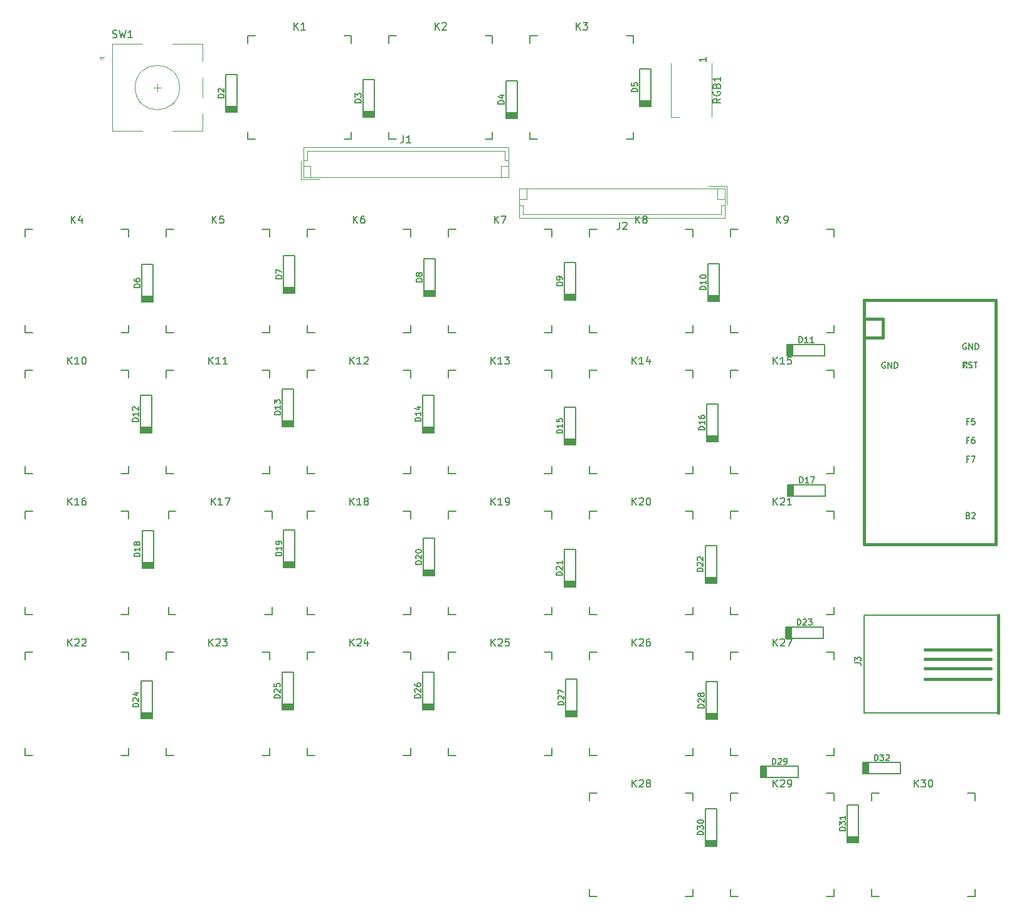
<source format=gto>
G04 #@! TF.GenerationSoftware,KiCad,Pcbnew,(5.1.5-0-10_14)*
G04 #@! TF.CreationDate,2021-05-07T17:03:44+03:00*
G04 #@! TF.ProjectId,Sotka,536f746b-612e-46b6-9963-61645f706362,rev?*
G04 #@! TF.SameCoordinates,Original*
G04 #@! TF.FileFunction,Legend,Top*
G04 #@! TF.FilePolarity,Positive*
%FSLAX46Y46*%
G04 Gerber Fmt 4.6, Leading zero omitted, Abs format (unit mm)*
G04 Created by KiCad (PCBNEW (5.1.5-0-10_14)) date 2021-05-07 17:03:44*
%MOMM*%
%LPD*%
G04 APERTURE LIST*
%ADD10C,0.381000*%
%ADD11C,0.177800*%
%ADD12C,0.150000*%
%ADD13C,0.120000*%
%ADD14C,0.152400*%
G04 APERTURE END LIST*
D10*
X157764000Y-115509000D02*
X157764000Y-102301000D01*
X147858000Y-110937000D02*
X156748000Y-110937000D01*
X147858000Y-109540000D02*
X156748000Y-109540000D01*
X147860000Y-108270000D02*
X156748000Y-108270000D01*
X147860000Y-107000000D02*
X156748000Y-107000000D01*
D11*
X139653800Y-102301000D02*
X139653800Y-115509000D01*
X139653800Y-102301000D02*
X157764000Y-102301000D01*
X139653800Y-115509000D02*
X157764000Y-115509000D01*
D12*
X41998000Y-111230000D02*
X41998000Y-116310000D01*
X41998000Y-116310000D02*
X43522000Y-116310000D01*
X43522000Y-116310000D02*
X43522000Y-111230000D01*
X43522000Y-111230000D02*
X41998000Y-111230000D01*
X41998000Y-111230000D02*
X41998000Y-111738000D01*
X41998000Y-115929000D02*
X43522000Y-115929000D01*
X43522000Y-116056000D02*
X41998000Y-116056000D01*
X41998000Y-116183000D02*
X43522000Y-116183000D01*
X43522000Y-115802000D02*
X41998000Y-115802000D01*
X41998000Y-115675000D02*
X43522000Y-115675000D01*
X41998000Y-115548000D02*
X43522000Y-115548000D01*
X41928000Y-72630000D02*
X41928000Y-77710000D01*
X41928000Y-77710000D02*
X43452000Y-77710000D01*
X43452000Y-77710000D02*
X43452000Y-72630000D01*
X43452000Y-72630000D02*
X41928000Y-72630000D01*
X41928000Y-72630000D02*
X41928000Y-73138000D01*
X41928000Y-77329000D02*
X43452000Y-77329000D01*
X43452000Y-77456000D02*
X41928000Y-77456000D01*
X41928000Y-77583000D02*
X43452000Y-77583000D01*
X43452000Y-77202000D02*
X41928000Y-77202000D01*
X41928000Y-77075000D02*
X43452000Y-77075000D01*
X41928000Y-76948000D02*
X43452000Y-76948000D01*
X42168000Y-90910000D02*
X42168000Y-95990000D01*
X42168000Y-95990000D02*
X43692000Y-95990000D01*
X43692000Y-95990000D02*
X43692000Y-90910000D01*
X43692000Y-90910000D02*
X42168000Y-90910000D01*
X42168000Y-90910000D02*
X42168000Y-91418000D01*
X42168000Y-95609000D02*
X43692000Y-95609000D01*
X43692000Y-95736000D02*
X42168000Y-95736000D01*
X42168000Y-95863000D02*
X43692000Y-95863000D01*
X43692000Y-95482000D02*
X42168000Y-95482000D01*
X42168000Y-95355000D02*
X43692000Y-95355000D01*
X42168000Y-95228000D02*
X43692000Y-95228000D01*
X42128000Y-54910000D02*
X42128000Y-59990000D01*
X42128000Y-59990000D02*
X43652000Y-59990000D01*
X43652000Y-59990000D02*
X43652000Y-54910000D01*
X43652000Y-54910000D02*
X42128000Y-54910000D01*
X42128000Y-54910000D02*
X42128000Y-55418000D01*
X42128000Y-59609000D02*
X43652000Y-59609000D01*
X43652000Y-59736000D02*
X42128000Y-59736000D01*
X42128000Y-59863000D02*
X43652000Y-59863000D01*
X43652000Y-59482000D02*
X42128000Y-59482000D01*
X42128000Y-59355000D02*
X43652000Y-59355000D01*
X42128000Y-59228000D02*
X43652000Y-59228000D01*
X61058000Y-110040000D02*
X61058000Y-115120000D01*
X61058000Y-115120000D02*
X62582000Y-115120000D01*
X62582000Y-115120000D02*
X62582000Y-110040000D01*
X62582000Y-110040000D02*
X61058000Y-110040000D01*
X61058000Y-110040000D02*
X61058000Y-110548000D01*
X61058000Y-114739000D02*
X62582000Y-114739000D01*
X62582000Y-114866000D02*
X61058000Y-114866000D01*
X61058000Y-114993000D02*
X62582000Y-114993000D01*
X62582000Y-114612000D02*
X61058000Y-114612000D01*
X61058000Y-114485000D02*
X62582000Y-114485000D01*
X61058000Y-114358000D02*
X62582000Y-114358000D01*
X61098000Y-71730000D02*
X61098000Y-76810000D01*
X61098000Y-76810000D02*
X62622000Y-76810000D01*
X62622000Y-76810000D02*
X62622000Y-71730000D01*
X62622000Y-71730000D02*
X61098000Y-71730000D01*
X61098000Y-71730000D02*
X61098000Y-72238000D01*
X61098000Y-76429000D02*
X62622000Y-76429000D01*
X62622000Y-76556000D02*
X61098000Y-76556000D01*
X61098000Y-76683000D02*
X62622000Y-76683000D01*
X62622000Y-76302000D02*
X61098000Y-76302000D01*
X61098000Y-76175000D02*
X62622000Y-76175000D01*
X61098000Y-76048000D02*
X62622000Y-76048000D01*
X61268000Y-90790000D02*
X61268000Y-95870000D01*
X61268000Y-95870000D02*
X62792000Y-95870000D01*
X62792000Y-95870000D02*
X62792000Y-90790000D01*
X62792000Y-90790000D02*
X61268000Y-90790000D01*
X61268000Y-90790000D02*
X61268000Y-91298000D01*
X61268000Y-95489000D02*
X62792000Y-95489000D01*
X62792000Y-95616000D02*
X61268000Y-95616000D01*
X61268000Y-95743000D02*
X62792000Y-95743000D01*
X62792000Y-95362000D02*
X61268000Y-95362000D01*
X61268000Y-95235000D02*
X62792000Y-95235000D01*
X61268000Y-95108000D02*
X62792000Y-95108000D01*
X61258000Y-53710000D02*
X61258000Y-58790000D01*
X61258000Y-58790000D02*
X62782000Y-58790000D01*
X62782000Y-58790000D02*
X62782000Y-53710000D01*
X62782000Y-53710000D02*
X61258000Y-53710000D01*
X61258000Y-53710000D02*
X61258000Y-54218000D01*
X61258000Y-58409000D02*
X62782000Y-58409000D01*
X62782000Y-58536000D02*
X61258000Y-58536000D01*
X61258000Y-58663000D02*
X62782000Y-58663000D01*
X62782000Y-58282000D02*
X61258000Y-58282000D01*
X61258000Y-58155000D02*
X62782000Y-58155000D01*
X61258000Y-58028000D02*
X62782000Y-58028000D01*
X80038000Y-109982500D02*
X80038000Y-115062500D01*
X80038000Y-115062500D02*
X81562000Y-115062500D01*
X81562000Y-115062500D02*
X81562000Y-109982500D01*
X81562000Y-109982500D02*
X80038000Y-109982500D01*
X80038000Y-109982500D02*
X80038000Y-110490500D01*
X80038000Y-114681500D02*
X81562000Y-114681500D01*
X81562000Y-114808500D02*
X80038000Y-114808500D01*
X80038000Y-114935500D02*
X81562000Y-114935500D01*
X81562000Y-114554500D02*
X80038000Y-114554500D01*
X80038000Y-114427500D02*
X81562000Y-114427500D01*
X80038000Y-114300500D02*
X81562000Y-114300500D01*
X118208000Y-128492500D02*
X118208000Y-133572500D01*
X118208000Y-133572500D02*
X119732000Y-133572500D01*
X119732000Y-133572500D02*
X119732000Y-128492500D01*
X119732000Y-128492500D02*
X118208000Y-128492500D01*
X118208000Y-128492500D02*
X118208000Y-129000500D01*
X118208000Y-133191500D02*
X119732000Y-133191500D01*
X119732000Y-133318500D02*
X118208000Y-133318500D01*
X118208000Y-133445500D02*
X119732000Y-133445500D01*
X119732000Y-133064500D02*
X118208000Y-133064500D01*
X118208000Y-132937500D02*
X119732000Y-132937500D01*
X118208000Y-132810500D02*
X119732000Y-132810500D01*
X80068000Y-72602500D02*
X80068000Y-77682500D01*
X80068000Y-77682500D02*
X81592000Y-77682500D01*
X81592000Y-77682500D02*
X81592000Y-72602500D01*
X81592000Y-72602500D02*
X80068000Y-72602500D01*
X80068000Y-72602500D02*
X80068000Y-73110500D01*
X80068000Y-77301500D02*
X81592000Y-77301500D01*
X81592000Y-77428500D02*
X80068000Y-77428500D01*
X80068000Y-77555500D02*
X81592000Y-77555500D01*
X81592000Y-77174500D02*
X80068000Y-77174500D01*
X80068000Y-77047500D02*
X81592000Y-77047500D01*
X80068000Y-76920500D02*
X81592000Y-76920500D01*
X80148000Y-91942500D02*
X80148000Y-97022500D01*
X80148000Y-97022500D02*
X81672000Y-97022500D01*
X81672000Y-97022500D02*
X81672000Y-91942500D01*
X81672000Y-91942500D02*
X80148000Y-91942500D01*
X80148000Y-91942500D02*
X80148000Y-92450500D01*
X80148000Y-96641500D02*
X81672000Y-96641500D01*
X81672000Y-96768500D02*
X80148000Y-96768500D01*
X80148000Y-96895500D02*
X81672000Y-96895500D01*
X81672000Y-96514500D02*
X80148000Y-96514500D01*
X80148000Y-96387500D02*
X81672000Y-96387500D01*
X80148000Y-96260500D02*
X81672000Y-96260500D01*
X80228000Y-54152500D02*
X80228000Y-59232500D01*
X80228000Y-59232500D02*
X81752000Y-59232500D01*
X81752000Y-59232500D02*
X81752000Y-54152500D01*
X81752000Y-54152500D02*
X80228000Y-54152500D01*
X80228000Y-54152500D02*
X80228000Y-54660500D01*
X80228000Y-58851500D02*
X81752000Y-58851500D01*
X81752000Y-58978500D02*
X80228000Y-58978500D01*
X80228000Y-59105500D02*
X81752000Y-59105500D01*
X81752000Y-58724500D02*
X80228000Y-58724500D01*
X80228000Y-58597500D02*
X81752000Y-58597500D01*
X80228000Y-58470500D02*
X81752000Y-58470500D01*
X99358000Y-110945000D02*
X99358000Y-116025000D01*
X99358000Y-116025000D02*
X100882000Y-116025000D01*
X100882000Y-116025000D02*
X100882000Y-110945000D01*
X100882000Y-110945000D02*
X99358000Y-110945000D01*
X99358000Y-110945000D02*
X99358000Y-111453000D01*
X99358000Y-115644000D02*
X100882000Y-115644000D01*
X100882000Y-115771000D02*
X99358000Y-115771000D01*
X99358000Y-115898000D02*
X100882000Y-115898000D01*
X100882000Y-115517000D02*
X99358000Y-115517000D01*
X99358000Y-115390000D02*
X100882000Y-115390000D01*
X99358000Y-115263000D02*
X100882000Y-115263000D01*
X137388000Y-127940000D02*
X137388000Y-133020000D01*
X137388000Y-133020000D02*
X138912000Y-133020000D01*
X138912000Y-133020000D02*
X138912000Y-127940000D01*
X138912000Y-127940000D02*
X137388000Y-127940000D01*
X137388000Y-127940000D02*
X137388000Y-128448000D01*
X137388000Y-132639000D02*
X138912000Y-132639000D01*
X138912000Y-132766000D02*
X137388000Y-132766000D01*
X137388000Y-132893000D02*
X138912000Y-132893000D01*
X138912000Y-132512000D02*
X137388000Y-132512000D01*
X137388000Y-132385000D02*
X138912000Y-132385000D01*
X137388000Y-132258000D02*
X138912000Y-132258000D01*
X99188000Y-74235000D02*
X99188000Y-79315000D01*
X99188000Y-79315000D02*
X100712000Y-79315000D01*
X100712000Y-79315000D02*
X100712000Y-74235000D01*
X100712000Y-74235000D02*
X99188000Y-74235000D01*
X99188000Y-74235000D02*
X99188000Y-74743000D01*
X99188000Y-78934000D02*
X100712000Y-78934000D01*
X100712000Y-79061000D02*
X99188000Y-79061000D01*
X99188000Y-79188000D02*
X100712000Y-79188000D01*
X100712000Y-78807000D02*
X99188000Y-78807000D01*
X99188000Y-78680000D02*
X100712000Y-78680000D01*
X99188000Y-78553000D02*
X100712000Y-78553000D01*
X99178000Y-93435000D02*
X99178000Y-98515000D01*
X99178000Y-98515000D02*
X100702000Y-98515000D01*
X100702000Y-98515000D02*
X100702000Y-93435000D01*
X100702000Y-93435000D02*
X99178000Y-93435000D01*
X99178000Y-93435000D02*
X99178000Y-93943000D01*
X99178000Y-98134000D02*
X100702000Y-98134000D01*
X100702000Y-98261000D02*
X99178000Y-98261000D01*
X99178000Y-98388000D02*
X100702000Y-98388000D01*
X100702000Y-98007000D02*
X99178000Y-98007000D01*
X99178000Y-97880000D02*
X100702000Y-97880000D01*
X99178000Y-97753000D02*
X100702000Y-97753000D01*
X99188000Y-54670000D02*
X99188000Y-59750000D01*
X99188000Y-59750000D02*
X100712000Y-59750000D01*
X100712000Y-59750000D02*
X100712000Y-54670000D01*
X100712000Y-54670000D02*
X99188000Y-54670000D01*
X99188000Y-54670000D02*
X99188000Y-55178000D01*
X99188000Y-59369000D02*
X100712000Y-59369000D01*
X100712000Y-59496000D02*
X99188000Y-59496000D01*
X99188000Y-59623000D02*
X100712000Y-59623000D01*
X100712000Y-59242000D02*
X99188000Y-59242000D01*
X99188000Y-59115000D02*
X100712000Y-59115000D01*
X99188000Y-58988000D02*
X100712000Y-58988000D01*
X118288000Y-111322500D02*
X118288000Y-116402500D01*
X118288000Y-116402500D02*
X119812000Y-116402500D01*
X119812000Y-116402500D02*
X119812000Y-111322500D01*
X119812000Y-111322500D02*
X118288000Y-111322500D01*
X118288000Y-111322500D02*
X118288000Y-111830500D01*
X118288000Y-116021500D02*
X119812000Y-116021500D01*
X119812000Y-116148500D02*
X118288000Y-116148500D01*
X118288000Y-116275500D02*
X119812000Y-116275500D01*
X119812000Y-115894500D02*
X118288000Y-115894500D01*
X118288000Y-115767500D02*
X119812000Y-115767500D01*
X118288000Y-115640500D02*
X119812000Y-115640500D01*
X144530000Y-122238000D02*
X139450000Y-122238000D01*
X139450000Y-122238000D02*
X139450000Y-123762000D01*
X139450000Y-123762000D02*
X144530000Y-123762000D01*
X144530000Y-123762000D02*
X144530000Y-122238000D01*
X144530000Y-122238000D02*
X144022000Y-122238000D01*
X139831000Y-122238000D02*
X139831000Y-123762000D01*
X139704000Y-123762000D02*
X139704000Y-122238000D01*
X139577000Y-122238000D02*
X139577000Y-123762000D01*
X139958000Y-123762000D02*
X139958000Y-122238000D01*
X140085000Y-122238000D02*
X140085000Y-123762000D01*
X140212000Y-122238000D02*
X140212000Y-123762000D01*
X118378000Y-73782500D02*
X118378000Y-78862500D01*
X118378000Y-78862500D02*
X119902000Y-78862500D01*
X119902000Y-78862500D02*
X119902000Y-73782500D01*
X119902000Y-73782500D02*
X118378000Y-73782500D01*
X118378000Y-73782500D02*
X118378000Y-74290500D01*
X118378000Y-78481500D02*
X119902000Y-78481500D01*
X119902000Y-78608500D02*
X118378000Y-78608500D01*
X118378000Y-78735500D02*
X119902000Y-78735500D01*
X119902000Y-78354500D02*
X118378000Y-78354500D01*
X118378000Y-78227500D02*
X119902000Y-78227500D01*
X118378000Y-78100500D02*
X119902000Y-78100500D01*
X118178000Y-92922500D02*
X118178000Y-98002500D01*
X118178000Y-98002500D02*
X119702000Y-98002500D01*
X119702000Y-98002500D02*
X119702000Y-92922500D01*
X119702000Y-92922500D02*
X118178000Y-92922500D01*
X118178000Y-92922500D02*
X118178000Y-93430500D01*
X118178000Y-97621500D02*
X119702000Y-97621500D01*
X119702000Y-97748500D02*
X118178000Y-97748500D01*
X118178000Y-97875500D02*
X119702000Y-97875500D01*
X119702000Y-97494500D02*
X118178000Y-97494500D01*
X118178000Y-97367500D02*
X119702000Y-97367500D01*
X118178000Y-97240500D02*
X119702000Y-97240500D01*
X118558000Y-54840000D02*
X118558000Y-59920000D01*
X118558000Y-59920000D02*
X120082000Y-59920000D01*
X120082000Y-59920000D02*
X120082000Y-54840000D01*
X120082000Y-54840000D02*
X118558000Y-54840000D01*
X118558000Y-54840000D02*
X118558000Y-55348000D01*
X118558000Y-59539000D02*
X120082000Y-59539000D01*
X120082000Y-59666000D02*
X118558000Y-59666000D01*
X118558000Y-59793000D02*
X120082000Y-59793000D01*
X120082000Y-59412000D02*
X118558000Y-59412000D01*
X118558000Y-59285000D02*
X120082000Y-59285000D01*
X118558000Y-59158000D02*
X120082000Y-59158000D01*
X130730000Y-122748000D02*
X125650000Y-122748000D01*
X125650000Y-122748000D02*
X125650000Y-124272000D01*
X125650000Y-124272000D02*
X130730000Y-124272000D01*
X130730000Y-124272000D02*
X130730000Y-122748000D01*
X130730000Y-122748000D02*
X130222000Y-122748000D01*
X126031000Y-122748000D02*
X126031000Y-124272000D01*
X125904000Y-124272000D02*
X125904000Y-122748000D01*
X125777000Y-122748000D02*
X125777000Y-124272000D01*
X126158000Y-124272000D02*
X126158000Y-122748000D01*
X126285000Y-122748000D02*
X126285000Y-124272000D01*
X126412000Y-122748000D02*
X126412000Y-124272000D01*
X134420000Y-84718000D02*
X129340000Y-84718000D01*
X129340000Y-84718000D02*
X129340000Y-86242000D01*
X129340000Y-86242000D02*
X134420000Y-86242000D01*
X134420000Y-86242000D02*
X134420000Y-84718000D01*
X134420000Y-84718000D02*
X133912000Y-84718000D01*
X129721000Y-84718000D02*
X129721000Y-86242000D01*
X129594000Y-86242000D02*
X129594000Y-84718000D01*
X129467000Y-84718000D02*
X129467000Y-86242000D01*
X129848000Y-86242000D02*
X129848000Y-84718000D01*
X129975000Y-84718000D02*
X129975000Y-86242000D01*
X130102000Y-84718000D02*
X130102000Y-86242000D01*
X134140000Y-103918000D02*
X129060000Y-103918000D01*
X129060000Y-103918000D02*
X129060000Y-105442000D01*
X129060000Y-105442000D02*
X134140000Y-105442000D01*
X134140000Y-105442000D02*
X134140000Y-103918000D01*
X134140000Y-103918000D02*
X133632000Y-103918000D01*
X129441000Y-103918000D02*
X129441000Y-105442000D01*
X129314000Y-105442000D02*
X129314000Y-103918000D01*
X129187000Y-103918000D02*
X129187000Y-105442000D01*
X129568000Y-105442000D02*
X129568000Y-103918000D01*
X129695000Y-103918000D02*
X129695000Y-105442000D01*
X129822000Y-103918000D02*
X129822000Y-105442000D01*
X134340000Y-65748000D02*
X129260000Y-65748000D01*
X129260000Y-65748000D02*
X129260000Y-67272000D01*
X129260000Y-67272000D02*
X134340000Y-67272000D01*
X134340000Y-67272000D02*
X134340000Y-65748000D01*
X134340000Y-65748000D02*
X133832000Y-65748000D01*
X129641000Y-65748000D02*
X129641000Y-67272000D01*
X129514000Y-67272000D02*
X129514000Y-65748000D01*
X129387000Y-65748000D02*
X129387000Y-67272000D01*
X129768000Y-67272000D02*
X129768000Y-65748000D01*
X129895000Y-65748000D02*
X129895000Y-67272000D01*
X130022000Y-65748000D02*
X130022000Y-67272000D01*
X26337500Y-108300000D02*
X26337500Y-107300000D01*
X26337500Y-121300000D02*
X26337500Y-120300000D01*
X40337500Y-107300000D02*
X40337500Y-108300000D01*
X39337500Y-107300000D02*
X40337500Y-107300000D01*
X40337500Y-121300000D02*
X39337500Y-121300000D01*
X40337500Y-120300000D02*
X40337500Y-121300000D01*
X27337500Y-121300000D02*
X26337500Y-121300000D01*
X26337500Y-107300000D02*
X27337500Y-107300000D01*
X26337500Y-70200000D02*
X26337500Y-69200000D01*
X26337500Y-83200000D02*
X26337500Y-82200000D01*
X40337500Y-69200000D02*
X40337500Y-70200000D01*
X39337500Y-69200000D02*
X40337500Y-69200000D01*
X40337500Y-83200000D02*
X39337500Y-83200000D01*
X40337500Y-82200000D02*
X40337500Y-83200000D01*
X27337500Y-83200000D02*
X26337500Y-83200000D01*
X26337500Y-69200000D02*
X27337500Y-69200000D01*
X26337500Y-89250000D02*
X26337500Y-88250000D01*
X26337500Y-102250000D02*
X26337500Y-101250000D01*
X40337500Y-88250000D02*
X40337500Y-89250000D01*
X39337500Y-88250000D02*
X40337500Y-88250000D01*
X40337500Y-102250000D02*
X39337500Y-102250000D01*
X40337500Y-101250000D02*
X40337500Y-102250000D01*
X27337500Y-102250000D02*
X26337500Y-102250000D01*
X26337500Y-88250000D02*
X27337500Y-88250000D01*
X45387500Y-108300000D02*
X45387500Y-107300000D01*
X45387500Y-121300000D02*
X45387500Y-120300000D01*
X59387500Y-107300000D02*
X59387500Y-108300000D01*
X58387500Y-107300000D02*
X59387500Y-107300000D01*
X59387500Y-121300000D02*
X58387500Y-121300000D01*
X59387500Y-120300000D02*
X59387500Y-121300000D01*
X46387500Y-121300000D02*
X45387500Y-121300000D01*
X45387500Y-107300000D02*
X46387500Y-107300000D01*
X45387500Y-70200000D02*
X45387500Y-69200000D01*
X45387500Y-83200000D02*
X45387500Y-82200000D01*
X59387500Y-69200000D02*
X59387500Y-70200000D01*
X58387500Y-69200000D02*
X59387500Y-69200000D01*
X59387500Y-83200000D02*
X58387500Y-83200000D01*
X59387500Y-82200000D02*
X59387500Y-83200000D01*
X46387500Y-83200000D02*
X45387500Y-83200000D01*
X45387500Y-69200000D02*
X46387500Y-69200000D01*
X45705000Y-89250000D02*
X45705000Y-88250000D01*
X45705000Y-102250000D02*
X45705000Y-101250000D01*
X59705000Y-88250000D02*
X59705000Y-89250000D01*
X58705000Y-88250000D02*
X59705000Y-88250000D01*
X59705000Y-102250000D02*
X58705000Y-102250000D01*
X59705000Y-101250000D02*
X59705000Y-102250000D01*
X46705000Y-102250000D02*
X45705000Y-102250000D01*
X45705000Y-88250000D02*
X46705000Y-88250000D01*
X45387500Y-51150000D02*
X45387500Y-50150000D01*
X45387500Y-64150000D02*
X45387500Y-63150000D01*
X59387500Y-50150000D02*
X59387500Y-51150000D01*
X58387500Y-50150000D02*
X59387500Y-50150000D01*
X59387500Y-64150000D02*
X58387500Y-64150000D01*
X59387500Y-63150000D02*
X59387500Y-64150000D01*
X46387500Y-64150000D02*
X45387500Y-64150000D01*
X45387500Y-50150000D02*
X46387500Y-50150000D01*
X64437500Y-108300000D02*
X64437500Y-107300000D01*
X64437500Y-121300000D02*
X64437500Y-120300000D01*
X78437500Y-107300000D02*
X78437500Y-108300000D01*
X77437500Y-107300000D02*
X78437500Y-107300000D01*
X78437500Y-121300000D02*
X77437500Y-121300000D01*
X78437500Y-120300000D02*
X78437500Y-121300000D01*
X65437500Y-121300000D02*
X64437500Y-121300000D01*
X64437500Y-107300000D02*
X65437500Y-107300000D01*
X102537500Y-127350000D02*
X102537500Y-126350000D01*
X102537500Y-140350000D02*
X102537500Y-139350000D01*
X116537500Y-126350000D02*
X116537500Y-127350000D01*
X115537500Y-126350000D02*
X116537500Y-126350000D01*
X116537500Y-140350000D02*
X115537500Y-140350000D01*
X116537500Y-139350000D02*
X116537500Y-140350000D01*
X103537500Y-140350000D02*
X102537500Y-140350000D01*
X102537500Y-126350000D02*
X103537500Y-126350000D01*
X64437500Y-70200000D02*
X64437500Y-69200000D01*
X64437500Y-83200000D02*
X64437500Y-82200000D01*
X78437500Y-69200000D02*
X78437500Y-70200000D01*
X77437500Y-69200000D02*
X78437500Y-69200000D01*
X78437500Y-83200000D02*
X77437500Y-83200000D01*
X78437500Y-82200000D02*
X78437500Y-83200000D01*
X65437500Y-83200000D02*
X64437500Y-83200000D01*
X64437500Y-69200000D02*
X65437500Y-69200000D01*
X64437500Y-89250000D02*
X64437500Y-88250000D01*
X64437500Y-102250000D02*
X64437500Y-101250000D01*
X78437500Y-88250000D02*
X78437500Y-89250000D01*
X77437500Y-88250000D02*
X78437500Y-88250000D01*
X78437500Y-102250000D02*
X77437500Y-102250000D01*
X78437500Y-101250000D02*
X78437500Y-102250000D01*
X65437500Y-102250000D02*
X64437500Y-102250000D01*
X64437500Y-88250000D02*
X65437500Y-88250000D01*
X64437500Y-51150000D02*
X64437500Y-50150000D01*
X64437500Y-64150000D02*
X64437500Y-63150000D01*
X78437500Y-50150000D02*
X78437500Y-51150000D01*
X77437500Y-50150000D02*
X78437500Y-50150000D01*
X78437500Y-64150000D02*
X77437500Y-64150000D01*
X78437500Y-63150000D02*
X78437500Y-64150000D01*
X65437500Y-64150000D02*
X64437500Y-64150000D01*
X64437500Y-50150000D02*
X65437500Y-50150000D01*
X83487500Y-108300000D02*
X83487500Y-107300000D01*
X83487500Y-121300000D02*
X83487500Y-120300000D01*
X97487500Y-107300000D02*
X97487500Y-108300000D01*
X96487500Y-107300000D02*
X97487500Y-107300000D01*
X97487500Y-121300000D02*
X96487500Y-121300000D01*
X97487500Y-120300000D02*
X97487500Y-121300000D01*
X84487500Y-121300000D02*
X83487500Y-121300000D01*
X83487500Y-107300000D02*
X84487500Y-107300000D01*
X121587500Y-127350000D02*
X121587500Y-126350000D01*
X121587500Y-140350000D02*
X121587500Y-139350000D01*
X135587500Y-126350000D02*
X135587500Y-127350000D01*
X134587500Y-126350000D02*
X135587500Y-126350000D01*
X135587500Y-140350000D02*
X134587500Y-140350000D01*
X135587500Y-139350000D02*
X135587500Y-140350000D01*
X122587500Y-140350000D02*
X121587500Y-140350000D01*
X121587500Y-126350000D02*
X122587500Y-126350000D01*
X83487500Y-70200000D02*
X83487500Y-69200000D01*
X83487500Y-83200000D02*
X83487500Y-82200000D01*
X97487500Y-69200000D02*
X97487500Y-70200000D01*
X96487500Y-69200000D02*
X97487500Y-69200000D01*
X97487500Y-83200000D02*
X96487500Y-83200000D01*
X97487500Y-82200000D02*
X97487500Y-83200000D01*
X84487500Y-83200000D02*
X83487500Y-83200000D01*
X83487500Y-69200000D02*
X84487500Y-69200000D01*
X83487500Y-89250000D02*
X83487500Y-88250000D01*
X83487500Y-102250000D02*
X83487500Y-101250000D01*
X97487500Y-88250000D02*
X97487500Y-89250000D01*
X96487500Y-88250000D02*
X97487500Y-88250000D01*
X97487500Y-102250000D02*
X96487500Y-102250000D01*
X97487500Y-101250000D02*
X97487500Y-102250000D01*
X84487500Y-102250000D02*
X83487500Y-102250000D01*
X83487500Y-88250000D02*
X84487500Y-88250000D01*
X83487500Y-51150000D02*
X83487500Y-50150000D01*
X83487500Y-64150000D02*
X83487500Y-63150000D01*
X97487500Y-50150000D02*
X97487500Y-51150000D01*
X96487500Y-50150000D02*
X97487500Y-50150000D01*
X97487500Y-64150000D02*
X96487500Y-64150000D01*
X97487500Y-63150000D02*
X97487500Y-64150000D01*
X84487500Y-64150000D02*
X83487500Y-64150000D01*
X83487500Y-50150000D02*
X84487500Y-50150000D01*
X102537500Y-108300000D02*
X102537500Y-107300000D01*
X102537500Y-121300000D02*
X102537500Y-120300000D01*
X116537500Y-107300000D02*
X116537500Y-108300000D01*
X115537500Y-107300000D02*
X116537500Y-107300000D01*
X116537500Y-121300000D02*
X115537500Y-121300000D01*
X116537500Y-120300000D02*
X116537500Y-121300000D01*
X103537500Y-121300000D02*
X102537500Y-121300000D01*
X102537500Y-107300000D02*
X103537500Y-107300000D01*
X140637500Y-127350000D02*
X140637500Y-126350000D01*
X140637500Y-140350000D02*
X140637500Y-139350000D01*
X154637500Y-126350000D02*
X154637500Y-127350000D01*
X153637500Y-126350000D02*
X154637500Y-126350000D01*
X154637500Y-140350000D02*
X153637500Y-140350000D01*
X154637500Y-139350000D02*
X154637500Y-140350000D01*
X141637500Y-140350000D02*
X140637500Y-140350000D01*
X140637500Y-126350000D02*
X141637500Y-126350000D01*
X102537500Y-70200000D02*
X102537500Y-69200000D01*
X102537500Y-83200000D02*
X102537500Y-82200000D01*
X116537500Y-69200000D02*
X116537500Y-70200000D01*
X115537500Y-69200000D02*
X116537500Y-69200000D01*
X116537500Y-83200000D02*
X115537500Y-83200000D01*
X116537500Y-82200000D02*
X116537500Y-83200000D01*
X103537500Y-83200000D02*
X102537500Y-83200000D01*
X102537500Y-69200000D02*
X103537500Y-69200000D01*
X102537500Y-89250000D02*
X102537500Y-88250000D01*
X102537500Y-102250000D02*
X102537500Y-101250000D01*
X116537500Y-88250000D02*
X116537500Y-89250000D01*
X115537500Y-88250000D02*
X116537500Y-88250000D01*
X116537500Y-102250000D02*
X115537500Y-102250000D01*
X116537500Y-101250000D02*
X116537500Y-102250000D01*
X103537500Y-102250000D02*
X102537500Y-102250000D01*
X102537500Y-88250000D02*
X103537500Y-88250000D01*
X102537500Y-51150000D02*
X102537500Y-50150000D01*
X102537500Y-64150000D02*
X102537500Y-63150000D01*
X116537500Y-50150000D02*
X116537500Y-51150000D01*
X115537500Y-50150000D02*
X116537500Y-50150000D01*
X116537500Y-64150000D02*
X115537500Y-64150000D01*
X116537500Y-63150000D02*
X116537500Y-64150000D01*
X103537500Y-64150000D02*
X102537500Y-64150000D01*
X102537500Y-50150000D02*
X103537500Y-50150000D01*
X121587500Y-108300000D02*
X121587500Y-107300000D01*
X121587500Y-121300000D02*
X121587500Y-120300000D01*
X135587500Y-107300000D02*
X135587500Y-108300000D01*
X134587500Y-107300000D02*
X135587500Y-107300000D01*
X135587500Y-121300000D02*
X134587500Y-121300000D01*
X135587500Y-120300000D02*
X135587500Y-121300000D01*
X122587500Y-121300000D02*
X121587500Y-121300000D01*
X121587500Y-107300000D02*
X122587500Y-107300000D01*
X121587500Y-70200000D02*
X121587500Y-69200000D01*
X121587500Y-83200000D02*
X121587500Y-82200000D01*
X135587500Y-69200000D02*
X135587500Y-70200000D01*
X134587500Y-69200000D02*
X135587500Y-69200000D01*
X135587500Y-83200000D02*
X134587500Y-83200000D01*
X135587500Y-82200000D02*
X135587500Y-83200000D01*
X122587500Y-83200000D02*
X121587500Y-83200000D01*
X121587500Y-69200000D02*
X122587500Y-69200000D01*
X121587500Y-89250000D02*
X121587500Y-88250000D01*
X121587500Y-102250000D02*
X121587500Y-101250000D01*
X135587500Y-88250000D02*
X135587500Y-89250000D01*
X134587500Y-88250000D02*
X135587500Y-88250000D01*
X135587500Y-102250000D02*
X134587500Y-102250000D01*
X135587500Y-101250000D02*
X135587500Y-102250000D01*
X122587500Y-102250000D02*
X121587500Y-102250000D01*
X121587500Y-88250000D02*
X122587500Y-88250000D01*
X121587500Y-51150000D02*
X121587500Y-50150000D01*
X121587500Y-64150000D02*
X121587500Y-63150000D01*
X135587500Y-50150000D02*
X135587500Y-51150000D01*
X134587500Y-50150000D02*
X135587500Y-50150000D01*
X135587500Y-64150000D02*
X134587500Y-64150000D01*
X135587500Y-63150000D02*
X135587500Y-64150000D01*
X122587500Y-64150000D02*
X121587500Y-64150000D01*
X121587500Y-50150000D02*
X122587500Y-50150000D01*
X26337500Y-51150000D02*
X26337500Y-50150000D01*
X26337500Y-64150000D02*
X26337500Y-63150000D01*
X40337500Y-50150000D02*
X40337500Y-51150000D01*
X39337500Y-50150000D02*
X40337500Y-50150000D01*
X40337500Y-64150000D02*
X39337500Y-64150000D01*
X40337500Y-63150000D02*
X40337500Y-64150000D01*
X27337500Y-64150000D02*
X26337500Y-64150000D01*
X26337500Y-50150000D02*
X27337500Y-50150000D01*
D13*
X43717500Y-31012500D02*
X44717500Y-31012500D01*
X44217500Y-30512500D02*
X44217500Y-31512500D01*
X50317500Y-34512500D02*
X50317500Y-36912500D01*
X50317500Y-29712500D02*
X50317500Y-32312500D01*
X50317500Y-25112500D02*
X50317500Y-27512500D01*
X37017500Y-26912500D02*
X36717500Y-27212500D01*
X36417500Y-26912500D02*
X37017500Y-26912500D01*
X36717500Y-27212500D02*
X36417500Y-26912500D01*
X38117500Y-25112500D02*
X38117500Y-36912500D01*
X42217500Y-25112500D02*
X38117500Y-25112500D01*
X42217500Y-36912500D02*
X38117500Y-36912500D01*
X50317500Y-36912500D02*
X46217500Y-36912500D01*
X46217500Y-25112500D02*
X50317500Y-25112500D01*
X47217500Y-31012500D02*
G75*
G03X47217500Y-31012500I-3000000J0D01*
G01*
D10*
X142220000Y-62230000D02*
X139680000Y-62230000D01*
X139680000Y-59690000D02*
X139680000Y-62230000D01*
X157460000Y-59690000D02*
X139680000Y-59690000D01*
X157460000Y-62230000D02*
X157460000Y-59690000D01*
D12*
G36*
X153501568Y-68709360D02*
G01*
X153501568Y-68909360D01*
X153401568Y-68909360D01*
X153401568Y-68709360D01*
X153501568Y-68709360D01*
G37*
X153501568Y-68709360D02*
X153501568Y-68909360D01*
X153401568Y-68909360D01*
X153401568Y-68709360D01*
X153501568Y-68709360D01*
G36*
X153101568Y-68109360D02*
G01*
X153101568Y-68909360D01*
X153001568Y-68909360D01*
X153001568Y-68109360D01*
X153101568Y-68109360D01*
G37*
X153101568Y-68109360D02*
X153101568Y-68909360D01*
X153001568Y-68909360D01*
X153001568Y-68109360D01*
X153101568Y-68109360D01*
G36*
X153501568Y-68109360D02*
G01*
X153501568Y-68209360D01*
X153001568Y-68209360D01*
X153001568Y-68109360D01*
X153501568Y-68109360D01*
G37*
X153501568Y-68109360D02*
X153501568Y-68209360D01*
X153001568Y-68209360D01*
X153001568Y-68109360D01*
X153501568Y-68109360D01*
G36*
X153301568Y-68509360D02*
G01*
X153301568Y-68609360D01*
X153201568Y-68609360D01*
X153201568Y-68509360D01*
X153301568Y-68509360D01*
G37*
X153301568Y-68509360D02*
X153301568Y-68609360D01*
X153201568Y-68609360D01*
X153201568Y-68509360D01*
X153301568Y-68509360D01*
G36*
X153501568Y-68109360D02*
G01*
X153501568Y-68409360D01*
X153401568Y-68409360D01*
X153401568Y-68109360D01*
X153501568Y-68109360D01*
G37*
X153501568Y-68109360D02*
X153501568Y-68409360D01*
X153401568Y-68409360D01*
X153401568Y-68109360D01*
X153501568Y-68109360D01*
D10*
X142220000Y-64770000D02*
X139680000Y-64770000D01*
X142220000Y-62230000D02*
X142220000Y-64770000D01*
X157460000Y-92710000D02*
X157460000Y-62230000D01*
X139680000Y-92710000D02*
X157460000Y-92710000D01*
X139680000Y-62230000D02*
X139680000Y-92710000D01*
D12*
X53478000Y-29240000D02*
X53478000Y-34320000D01*
X53478000Y-34320000D02*
X55002000Y-34320000D01*
X55002000Y-34320000D02*
X55002000Y-29240000D01*
X55002000Y-29240000D02*
X53478000Y-29240000D01*
X53478000Y-29240000D02*
X53478000Y-29748000D01*
X53478000Y-33939000D02*
X55002000Y-33939000D01*
X55002000Y-34066000D02*
X53478000Y-34066000D01*
X53478000Y-34193000D02*
X55002000Y-34193000D01*
X55002000Y-33812000D02*
X53478000Y-33812000D01*
X53478000Y-33685000D02*
X55002000Y-33685000D01*
X53478000Y-33558000D02*
X55002000Y-33558000D01*
X71978000Y-29930000D02*
X71978000Y-35010000D01*
X71978000Y-35010000D02*
X73502000Y-35010000D01*
X73502000Y-35010000D02*
X73502000Y-29930000D01*
X73502000Y-29930000D02*
X71978000Y-29930000D01*
X71978000Y-29930000D02*
X71978000Y-30438000D01*
X71978000Y-34629000D02*
X73502000Y-34629000D01*
X73502000Y-34756000D02*
X71978000Y-34756000D01*
X71978000Y-34883000D02*
X73502000Y-34883000D01*
X73502000Y-34502000D02*
X71978000Y-34502000D01*
X71978000Y-34375000D02*
X73502000Y-34375000D01*
X71978000Y-34248000D02*
X73502000Y-34248000D01*
X91288000Y-30100000D02*
X91288000Y-35180000D01*
X91288000Y-35180000D02*
X92812000Y-35180000D01*
X92812000Y-35180000D02*
X92812000Y-30100000D01*
X92812000Y-30100000D02*
X91288000Y-30100000D01*
X91288000Y-30100000D02*
X91288000Y-30608000D01*
X91288000Y-34799000D02*
X92812000Y-34799000D01*
X92812000Y-34926000D02*
X91288000Y-34926000D01*
X91288000Y-35053000D02*
X92812000Y-35053000D01*
X92812000Y-34672000D02*
X91288000Y-34672000D01*
X91288000Y-34545000D02*
X92812000Y-34545000D01*
X91288000Y-34418000D02*
X92812000Y-34418000D01*
X109318000Y-28460000D02*
X109318000Y-33540000D01*
X109318000Y-33540000D02*
X110842000Y-33540000D01*
X110842000Y-33540000D02*
X110842000Y-28460000D01*
X110842000Y-28460000D02*
X109318000Y-28460000D01*
X109318000Y-28460000D02*
X109318000Y-28968000D01*
X109318000Y-33159000D02*
X110842000Y-33159000D01*
X110842000Y-33286000D02*
X109318000Y-33286000D01*
X109318000Y-33413000D02*
X110842000Y-33413000D01*
X110842000Y-33032000D02*
X109318000Y-33032000D01*
X109318000Y-32905000D02*
X110842000Y-32905000D01*
X109318000Y-32778000D02*
X110842000Y-32778000D01*
D13*
X63620000Y-43430000D02*
X66120000Y-43430000D01*
X63620000Y-40930000D02*
X63620000Y-43430000D01*
X90640000Y-41630000D02*
X90640000Y-43130000D01*
X91640000Y-41630000D02*
X90640000Y-41630000D01*
X64920000Y-41630000D02*
X64920000Y-43130000D01*
X63920000Y-41630000D02*
X64920000Y-41630000D01*
X91140000Y-40820000D02*
X91640000Y-40820000D01*
X91140000Y-39610000D02*
X91140000Y-40820000D01*
X64420000Y-39610000D02*
X91140000Y-39610000D01*
X64420000Y-40820000D02*
X64420000Y-39610000D01*
X63920000Y-40820000D02*
X64420000Y-40820000D01*
X91640000Y-39110000D02*
X63920000Y-39110000D01*
X91640000Y-43130000D02*
X91640000Y-39110000D01*
X63920000Y-43130000D02*
X91640000Y-43130000D01*
X63920000Y-39110000D02*
X63920000Y-43130000D01*
X121130000Y-44340000D02*
X118630000Y-44340000D01*
X121130000Y-46840000D02*
X121130000Y-44340000D01*
X94110000Y-46140000D02*
X94110000Y-44640000D01*
X93110000Y-46140000D02*
X94110000Y-46140000D01*
X119830000Y-46140000D02*
X119830000Y-44640000D01*
X120830000Y-46140000D02*
X119830000Y-46140000D01*
X93610000Y-46950000D02*
X93110000Y-46950000D01*
X93610000Y-48160000D02*
X93610000Y-46950000D01*
X120330000Y-48160000D02*
X93610000Y-48160000D01*
X120330000Y-46950000D02*
X120330000Y-48160000D01*
X120830000Y-46950000D02*
X120330000Y-46950000D01*
X93110000Y-48660000D02*
X120830000Y-48660000D01*
X93110000Y-44640000D02*
X93110000Y-48660000D01*
X120830000Y-44640000D02*
X93110000Y-44640000D01*
X120830000Y-48660000D02*
X120830000Y-44640000D01*
D12*
X56412500Y-25012500D02*
X56412500Y-24012500D01*
X56412500Y-38012500D02*
X56412500Y-37012500D01*
X70412500Y-24012500D02*
X70412500Y-25012500D01*
X69412500Y-24012500D02*
X70412500Y-24012500D01*
X70412500Y-38012500D02*
X69412500Y-38012500D01*
X70412500Y-37012500D02*
X70412500Y-38012500D01*
X57412500Y-38012500D02*
X56412500Y-38012500D01*
X56412500Y-24012500D02*
X57412500Y-24012500D01*
X75462500Y-25012500D02*
X75462500Y-24012500D01*
X75462500Y-38012500D02*
X75462500Y-37012500D01*
X89462500Y-24012500D02*
X89462500Y-25012500D01*
X88462500Y-24012500D02*
X89462500Y-24012500D01*
X89462500Y-38012500D02*
X88462500Y-38012500D01*
X89462500Y-37012500D02*
X89462500Y-38012500D01*
X76462500Y-38012500D02*
X75462500Y-38012500D01*
X75462500Y-24012500D02*
X76462500Y-24012500D01*
X94512500Y-25012500D02*
X94512500Y-24012500D01*
X94512500Y-38012500D02*
X94512500Y-37012500D01*
X108512500Y-24012500D02*
X108512500Y-25012500D01*
X107512500Y-24012500D02*
X108512500Y-24012500D01*
X108512500Y-38012500D02*
X107512500Y-38012500D01*
X108512500Y-37012500D02*
X108512500Y-38012500D01*
X95512500Y-38012500D02*
X94512500Y-38012500D01*
X94512500Y-24012500D02*
X95512500Y-24012500D01*
D13*
X113530000Y-35000000D02*
X114680000Y-35000000D01*
X113530000Y-27700000D02*
X113530000Y-35000000D01*
X119030000Y-27700000D02*
X119030000Y-35000000D01*
D14*
X138354166Y-108778000D02*
X138989166Y-108778000D01*
X139116166Y-108814285D01*
X139200833Y-108886857D01*
X139243166Y-108995714D01*
X139243166Y-109068285D01*
X138354166Y-108487714D02*
X138354166Y-108016000D01*
X138692833Y-108270000D01*
X138692833Y-108161142D01*
X138735166Y-108088571D01*
X138777500Y-108052285D01*
X138862166Y-108016000D01*
X139073833Y-108016000D01*
X139158500Y-108052285D01*
X139200833Y-108088571D01*
X139243166Y-108161142D01*
X139243166Y-108378857D01*
X139200833Y-108451428D01*
X139158500Y-108487714D01*
D12*
X41721904Y-114716028D02*
X40921904Y-114716028D01*
X40921904Y-114525552D01*
X40960000Y-114411266D01*
X41036190Y-114335076D01*
X41112380Y-114296980D01*
X41264761Y-114258885D01*
X41379047Y-114258885D01*
X41531428Y-114296980D01*
X41607619Y-114335076D01*
X41683809Y-114411266D01*
X41721904Y-114525552D01*
X41721904Y-114716028D01*
X40998095Y-113954123D02*
X40960000Y-113916028D01*
X40921904Y-113839838D01*
X40921904Y-113649361D01*
X40960000Y-113573171D01*
X40998095Y-113535076D01*
X41074285Y-113496980D01*
X41150476Y-113496980D01*
X41264761Y-113535076D01*
X41721904Y-113992219D01*
X41721904Y-113496980D01*
X41188571Y-112811266D02*
X41721904Y-112811266D01*
X40883809Y-113001742D02*
X41455238Y-113192219D01*
X41455238Y-112696980D01*
X41651904Y-76116028D02*
X40851904Y-76116028D01*
X40851904Y-75925552D01*
X40890000Y-75811266D01*
X40966190Y-75735076D01*
X41042380Y-75696980D01*
X41194761Y-75658885D01*
X41309047Y-75658885D01*
X41461428Y-75696980D01*
X41537619Y-75735076D01*
X41613809Y-75811266D01*
X41651904Y-75925552D01*
X41651904Y-76116028D01*
X41651904Y-74896980D02*
X41651904Y-75354123D01*
X41651904Y-75125552D02*
X40851904Y-75125552D01*
X40966190Y-75201742D01*
X41042380Y-75277933D01*
X41080476Y-75354123D01*
X40928095Y-74592219D02*
X40890000Y-74554123D01*
X40851904Y-74477933D01*
X40851904Y-74287457D01*
X40890000Y-74211266D01*
X40928095Y-74173171D01*
X41004285Y-74135076D01*
X41080476Y-74135076D01*
X41194761Y-74173171D01*
X41651904Y-74630314D01*
X41651904Y-74135076D01*
X41891904Y-94396028D02*
X41091904Y-94396028D01*
X41091904Y-94205552D01*
X41130000Y-94091266D01*
X41206190Y-94015076D01*
X41282380Y-93976980D01*
X41434761Y-93938885D01*
X41549047Y-93938885D01*
X41701428Y-93976980D01*
X41777619Y-94015076D01*
X41853809Y-94091266D01*
X41891904Y-94205552D01*
X41891904Y-94396028D01*
X41891904Y-93176980D02*
X41891904Y-93634123D01*
X41891904Y-93405552D02*
X41091904Y-93405552D01*
X41206190Y-93481742D01*
X41282380Y-93557933D01*
X41320476Y-93634123D01*
X41434761Y-92719838D02*
X41396666Y-92796028D01*
X41358571Y-92834123D01*
X41282380Y-92872219D01*
X41244285Y-92872219D01*
X41168095Y-92834123D01*
X41130000Y-92796028D01*
X41091904Y-92719838D01*
X41091904Y-92567457D01*
X41130000Y-92491266D01*
X41168095Y-92453171D01*
X41244285Y-92415076D01*
X41282380Y-92415076D01*
X41358571Y-92453171D01*
X41396666Y-92491266D01*
X41434761Y-92567457D01*
X41434761Y-92719838D01*
X41472857Y-92796028D01*
X41510952Y-92834123D01*
X41587142Y-92872219D01*
X41739523Y-92872219D01*
X41815714Y-92834123D01*
X41853809Y-92796028D01*
X41891904Y-92719838D01*
X41891904Y-92567457D01*
X41853809Y-92491266D01*
X41815714Y-92453171D01*
X41739523Y-92415076D01*
X41587142Y-92415076D01*
X41510952Y-92453171D01*
X41472857Y-92491266D01*
X41434761Y-92567457D01*
X41851904Y-58015076D02*
X41051904Y-58015076D01*
X41051904Y-57824600D01*
X41090000Y-57710314D01*
X41166190Y-57634123D01*
X41242380Y-57596028D01*
X41394761Y-57557933D01*
X41509047Y-57557933D01*
X41661428Y-57596028D01*
X41737619Y-57634123D01*
X41813809Y-57710314D01*
X41851904Y-57824600D01*
X41851904Y-58015076D01*
X41051904Y-56872219D02*
X41051904Y-57024600D01*
X41090000Y-57100790D01*
X41128095Y-57138885D01*
X41242380Y-57215076D01*
X41394761Y-57253171D01*
X41699523Y-57253171D01*
X41775714Y-57215076D01*
X41813809Y-57176980D01*
X41851904Y-57100790D01*
X41851904Y-56948409D01*
X41813809Y-56872219D01*
X41775714Y-56834123D01*
X41699523Y-56796028D01*
X41509047Y-56796028D01*
X41432857Y-56834123D01*
X41394761Y-56872219D01*
X41356666Y-56948409D01*
X41356666Y-57100790D01*
X41394761Y-57176980D01*
X41432857Y-57215076D01*
X41509047Y-57253171D01*
X60781904Y-113526028D02*
X59981904Y-113526028D01*
X59981904Y-113335552D01*
X60020000Y-113221266D01*
X60096190Y-113145076D01*
X60172380Y-113106980D01*
X60324761Y-113068885D01*
X60439047Y-113068885D01*
X60591428Y-113106980D01*
X60667619Y-113145076D01*
X60743809Y-113221266D01*
X60781904Y-113335552D01*
X60781904Y-113526028D01*
X60058095Y-112764123D02*
X60020000Y-112726028D01*
X59981904Y-112649838D01*
X59981904Y-112459361D01*
X60020000Y-112383171D01*
X60058095Y-112345076D01*
X60134285Y-112306980D01*
X60210476Y-112306980D01*
X60324761Y-112345076D01*
X60781904Y-112802219D01*
X60781904Y-112306980D01*
X59981904Y-111583171D02*
X59981904Y-111964123D01*
X60362857Y-112002219D01*
X60324761Y-111964123D01*
X60286666Y-111887933D01*
X60286666Y-111697457D01*
X60324761Y-111621266D01*
X60362857Y-111583171D01*
X60439047Y-111545076D01*
X60629523Y-111545076D01*
X60705714Y-111583171D01*
X60743809Y-111621266D01*
X60781904Y-111697457D01*
X60781904Y-111887933D01*
X60743809Y-111964123D01*
X60705714Y-112002219D01*
X60821904Y-75216028D02*
X60021904Y-75216028D01*
X60021904Y-75025552D01*
X60060000Y-74911266D01*
X60136190Y-74835076D01*
X60212380Y-74796980D01*
X60364761Y-74758885D01*
X60479047Y-74758885D01*
X60631428Y-74796980D01*
X60707619Y-74835076D01*
X60783809Y-74911266D01*
X60821904Y-75025552D01*
X60821904Y-75216028D01*
X60821904Y-73996980D02*
X60821904Y-74454123D01*
X60821904Y-74225552D02*
X60021904Y-74225552D01*
X60136190Y-74301742D01*
X60212380Y-74377933D01*
X60250476Y-74454123D01*
X60021904Y-73730314D02*
X60021904Y-73235076D01*
X60326666Y-73501742D01*
X60326666Y-73387457D01*
X60364761Y-73311266D01*
X60402857Y-73273171D01*
X60479047Y-73235076D01*
X60669523Y-73235076D01*
X60745714Y-73273171D01*
X60783809Y-73311266D01*
X60821904Y-73387457D01*
X60821904Y-73616028D01*
X60783809Y-73692219D01*
X60745714Y-73730314D01*
X60991904Y-94276028D02*
X60191904Y-94276028D01*
X60191904Y-94085552D01*
X60230000Y-93971266D01*
X60306190Y-93895076D01*
X60382380Y-93856980D01*
X60534761Y-93818885D01*
X60649047Y-93818885D01*
X60801428Y-93856980D01*
X60877619Y-93895076D01*
X60953809Y-93971266D01*
X60991904Y-94085552D01*
X60991904Y-94276028D01*
X60991904Y-93056980D02*
X60991904Y-93514123D01*
X60991904Y-93285552D02*
X60191904Y-93285552D01*
X60306190Y-93361742D01*
X60382380Y-93437933D01*
X60420476Y-93514123D01*
X60991904Y-92676028D02*
X60991904Y-92523647D01*
X60953809Y-92447457D01*
X60915714Y-92409361D01*
X60801428Y-92333171D01*
X60649047Y-92295076D01*
X60344285Y-92295076D01*
X60268095Y-92333171D01*
X60230000Y-92371266D01*
X60191904Y-92447457D01*
X60191904Y-92599838D01*
X60230000Y-92676028D01*
X60268095Y-92714123D01*
X60344285Y-92752219D01*
X60534761Y-92752219D01*
X60610952Y-92714123D01*
X60649047Y-92676028D01*
X60687142Y-92599838D01*
X60687142Y-92447457D01*
X60649047Y-92371266D01*
X60610952Y-92333171D01*
X60534761Y-92295076D01*
X60981904Y-56815076D02*
X60181904Y-56815076D01*
X60181904Y-56624600D01*
X60220000Y-56510314D01*
X60296190Y-56434123D01*
X60372380Y-56396028D01*
X60524761Y-56357933D01*
X60639047Y-56357933D01*
X60791428Y-56396028D01*
X60867619Y-56434123D01*
X60943809Y-56510314D01*
X60981904Y-56624600D01*
X60981904Y-56815076D01*
X60181904Y-56091266D02*
X60181904Y-55557933D01*
X60981904Y-55900790D01*
X79761904Y-113468528D02*
X78961904Y-113468528D01*
X78961904Y-113278052D01*
X79000000Y-113163766D01*
X79076190Y-113087576D01*
X79152380Y-113049480D01*
X79304761Y-113011385D01*
X79419047Y-113011385D01*
X79571428Y-113049480D01*
X79647619Y-113087576D01*
X79723809Y-113163766D01*
X79761904Y-113278052D01*
X79761904Y-113468528D01*
X79038095Y-112706623D02*
X79000000Y-112668528D01*
X78961904Y-112592338D01*
X78961904Y-112401861D01*
X79000000Y-112325671D01*
X79038095Y-112287576D01*
X79114285Y-112249480D01*
X79190476Y-112249480D01*
X79304761Y-112287576D01*
X79761904Y-112744719D01*
X79761904Y-112249480D01*
X78961904Y-111563766D02*
X78961904Y-111716147D01*
X79000000Y-111792338D01*
X79038095Y-111830433D01*
X79152380Y-111906623D01*
X79304761Y-111944719D01*
X79609523Y-111944719D01*
X79685714Y-111906623D01*
X79723809Y-111868528D01*
X79761904Y-111792338D01*
X79761904Y-111639957D01*
X79723809Y-111563766D01*
X79685714Y-111525671D01*
X79609523Y-111487576D01*
X79419047Y-111487576D01*
X79342857Y-111525671D01*
X79304761Y-111563766D01*
X79266666Y-111639957D01*
X79266666Y-111792338D01*
X79304761Y-111868528D01*
X79342857Y-111906623D01*
X79419047Y-111944719D01*
X117931904Y-131978528D02*
X117131904Y-131978528D01*
X117131904Y-131788052D01*
X117170000Y-131673766D01*
X117246190Y-131597576D01*
X117322380Y-131559480D01*
X117474761Y-131521385D01*
X117589047Y-131521385D01*
X117741428Y-131559480D01*
X117817619Y-131597576D01*
X117893809Y-131673766D01*
X117931904Y-131788052D01*
X117931904Y-131978528D01*
X117131904Y-131254719D02*
X117131904Y-130759480D01*
X117436666Y-131026147D01*
X117436666Y-130911861D01*
X117474761Y-130835671D01*
X117512857Y-130797576D01*
X117589047Y-130759480D01*
X117779523Y-130759480D01*
X117855714Y-130797576D01*
X117893809Y-130835671D01*
X117931904Y-130911861D01*
X117931904Y-131140433D01*
X117893809Y-131216623D01*
X117855714Y-131254719D01*
X117131904Y-130264242D02*
X117131904Y-130188052D01*
X117170000Y-130111861D01*
X117208095Y-130073766D01*
X117284285Y-130035671D01*
X117436666Y-129997576D01*
X117627142Y-129997576D01*
X117779523Y-130035671D01*
X117855714Y-130073766D01*
X117893809Y-130111861D01*
X117931904Y-130188052D01*
X117931904Y-130264242D01*
X117893809Y-130340433D01*
X117855714Y-130378528D01*
X117779523Y-130416623D01*
X117627142Y-130454719D01*
X117436666Y-130454719D01*
X117284285Y-130416623D01*
X117208095Y-130378528D01*
X117170000Y-130340433D01*
X117131904Y-130264242D01*
X79791904Y-76088528D02*
X78991904Y-76088528D01*
X78991904Y-75898052D01*
X79030000Y-75783766D01*
X79106190Y-75707576D01*
X79182380Y-75669480D01*
X79334761Y-75631385D01*
X79449047Y-75631385D01*
X79601428Y-75669480D01*
X79677619Y-75707576D01*
X79753809Y-75783766D01*
X79791904Y-75898052D01*
X79791904Y-76088528D01*
X79791904Y-74869480D02*
X79791904Y-75326623D01*
X79791904Y-75098052D02*
X78991904Y-75098052D01*
X79106190Y-75174242D01*
X79182380Y-75250433D01*
X79220476Y-75326623D01*
X79258571Y-74183766D02*
X79791904Y-74183766D01*
X78953809Y-74374242D02*
X79525238Y-74564719D01*
X79525238Y-74069480D01*
X79871904Y-95428528D02*
X79071904Y-95428528D01*
X79071904Y-95238052D01*
X79110000Y-95123766D01*
X79186190Y-95047576D01*
X79262380Y-95009480D01*
X79414761Y-94971385D01*
X79529047Y-94971385D01*
X79681428Y-95009480D01*
X79757619Y-95047576D01*
X79833809Y-95123766D01*
X79871904Y-95238052D01*
X79871904Y-95428528D01*
X79148095Y-94666623D02*
X79110000Y-94628528D01*
X79071904Y-94552338D01*
X79071904Y-94361861D01*
X79110000Y-94285671D01*
X79148095Y-94247576D01*
X79224285Y-94209480D01*
X79300476Y-94209480D01*
X79414761Y-94247576D01*
X79871904Y-94704719D01*
X79871904Y-94209480D01*
X79071904Y-93714242D02*
X79071904Y-93638052D01*
X79110000Y-93561861D01*
X79148095Y-93523766D01*
X79224285Y-93485671D01*
X79376666Y-93447576D01*
X79567142Y-93447576D01*
X79719523Y-93485671D01*
X79795714Y-93523766D01*
X79833809Y-93561861D01*
X79871904Y-93638052D01*
X79871904Y-93714242D01*
X79833809Y-93790433D01*
X79795714Y-93828528D01*
X79719523Y-93866623D01*
X79567142Y-93904719D01*
X79376666Y-93904719D01*
X79224285Y-93866623D01*
X79148095Y-93828528D01*
X79110000Y-93790433D01*
X79071904Y-93714242D01*
X79951904Y-57257576D02*
X79151904Y-57257576D01*
X79151904Y-57067100D01*
X79190000Y-56952814D01*
X79266190Y-56876623D01*
X79342380Y-56838528D01*
X79494761Y-56800433D01*
X79609047Y-56800433D01*
X79761428Y-56838528D01*
X79837619Y-56876623D01*
X79913809Y-56952814D01*
X79951904Y-57067100D01*
X79951904Y-57257576D01*
X79494761Y-56343290D02*
X79456666Y-56419480D01*
X79418571Y-56457576D01*
X79342380Y-56495671D01*
X79304285Y-56495671D01*
X79228095Y-56457576D01*
X79190000Y-56419480D01*
X79151904Y-56343290D01*
X79151904Y-56190909D01*
X79190000Y-56114719D01*
X79228095Y-56076623D01*
X79304285Y-56038528D01*
X79342380Y-56038528D01*
X79418571Y-56076623D01*
X79456666Y-56114719D01*
X79494761Y-56190909D01*
X79494761Y-56343290D01*
X79532857Y-56419480D01*
X79570952Y-56457576D01*
X79647142Y-56495671D01*
X79799523Y-56495671D01*
X79875714Y-56457576D01*
X79913809Y-56419480D01*
X79951904Y-56343290D01*
X79951904Y-56190909D01*
X79913809Y-56114719D01*
X79875714Y-56076623D01*
X79799523Y-56038528D01*
X79647142Y-56038528D01*
X79570952Y-56076623D01*
X79532857Y-56114719D01*
X79494761Y-56190909D01*
X99081904Y-114431028D02*
X98281904Y-114431028D01*
X98281904Y-114240552D01*
X98320000Y-114126266D01*
X98396190Y-114050076D01*
X98472380Y-114011980D01*
X98624761Y-113973885D01*
X98739047Y-113973885D01*
X98891428Y-114011980D01*
X98967619Y-114050076D01*
X99043809Y-114126266D01*
X99081904Y-114240552D01*
X99081904Y-114431028D01*
X98358095Y-113669123D02*
X98320000Y-113631028D01*
X98281904Y-113554838D01*
X98281904Y-113364361D01*
X98320000Y-113288171D01*
X98358095Y-113250076D01*
X98434285Y-113211980D01*
X98510476Y-113211980D01*
X98624761Y-113250076D01*
X99081904Y-113707219D01*
X99081904Y-113211980D01*
X98281904Y-112945314D02*
X98281904Y-112411980D01*
X99081904Y-112754838D01*
X137111904Y-131426028D02*
X136311904Y-131426028D01*
X136311904Y-131235552D01*
X136350000Y-131121266D01*
X136426190Y-131045076D01*
X136502380Y-131006980D01*
X136654761Y-130968885D01*
X136769047Y-130968885D01*
X136921428Y-131006980D01*
X136997619Y-131045076D01*
X137073809Y-131121266D01*
X137111904Y-131235552D01*
X137111904Y-131426028D01*
X136311904Y-130702219D02*
X136311904Y-130206980D01*
X136616666Y-130473647D01*
X136616666Y-130359361D01*
X136654761Y-130283171D01*
X136692857Y-130245076D01*
X136769047Y-130206980D01*
X136959523Y-130206980D01*
X137035714Y-130245076D01*
X137073809Y-130283171D01*
X137111904Y-130359361D01*
X137111904Y-130587933D01*
X137073809Y-130664123D01*
X137035714Y-130702219D01*
X137111904Y-129445076D02*
X137111904Y-129902219D01*
X137111904Y-129673647D02*
X136311904Y-129673647D01*
X136426190Y-129749838D01*
X136502380Y-129826028D01*
X136540476Y-129902219D01*
X98911904Y-77721028D02*
X98111904Y-77721028D01*
X98111904Y-77530552D01*
X98150000Y-77416266D01*
X98226190Y-77340076D01*
X98302380Y-77301980D01*
X98454761Y-77263885D01*
X98569047Y-77263885D01*
X98721428Y-77301980D01*
X98797619Y-77340076D01*
X98873809Y-77416266D01*
X98911904Y-77530552D01*
X98911904Y-77721028D01*
X98911904Y-76501980D02*
X98911904Y-76959123D01*
X98911904Y-76730552D02*
X98111904Y-76730552D01*
X98226190Y-76806742D01*
X98302380Y-76882933D01*
X98340476Y-76959123D01*
X98111904Y-75778171D02*
X98111904Y-76159123D01*
X98492857Y-76197219D01*
X98454761Y-76159123D01*
X98416666Y-76082933D01*
X98416666Y-75892457D01*
X98454761Y-75816266D01*
X98492857Y-75778171D01*
X98569047Y-75740076D01*
X98759523Y-75740076D01*
X98835714Y-75778171D01*
X98873809Y-75816266D01*
X98911904Y-75892457D01*
X98911904Y-76082933D01*
X98873809Y-76159123D01*
X98835714Y-76197219D01*
X98901904Y-96921028D02*
X98101904Y-96921028D01*
X98101904Y-96730552D01*
X98140000Y-96616266D01*
X98216190Y-96540076D01*
X98292380Y-96501980D01*
X98444761Y-96463885D01*
X98559047Y-96463885D01*
X98711428Y-96501980D01*
X98787619Y-96540076D01*
X98863809Y-96616266D01*
X98901904Y-96730552D01*
X98901904Y-96921028D01*
X98178095Y-96159123D02*
X98140000Y-96121028D01*
X98101904Y-96044838D01*
X98101904Y-95854361D01*
X98140000Y-95778171D01*
X98178095Y-95740076D01*
X98254285Y-95701980D01*
X98330476Y-95701980D01*
X98444761Y-95740076D01*
X98901904Y-96197219D01*
X98901904Y-95701980D01*
X98901904Y-94940076D02*
X98901904Y-95397219D01*
X98901904Y-95168647D02*
X98101904Y-95168647D01*
X98216190Y-95244838D01*
X98292380Y-95321028D01*
X98330476Y-95397219D01*
X98911904Y-57775076D02*
X98111904Y-57775076D01*
X98111904Y-57584600D01*
X98150000Y-57470314D01*
X98226190Y-57394123D01*
X98302380Y-57356028D01*
X98454761Y-57317933D01*
X98569047Y-57317933D01*
X98721428Y-57356028D01*
X98797619Y-57394123D01*
X98873809Y-57470314D01*
X98911904Y-57584600D01*
X98911904Y-57775076D01*
X98911904Y-56936980D02*
X98911904Y-56784600D01*
X98873809Y-56708409D01*
X98835714Y-56670314D01*
X98721428Y-56594123D01*
X98569047Y-56556028D01*
X98264285Y-56556028D01*
X98188095Y-56594123D01*
X98150000Y-56632219D01*
X98111904Y-56708409D01*
X98111904Y-56860790D01*
X98150000Y-56936980D01*
X98188095Y-56975076D01*
X98264285Y-57013171D01*
X98454761Y-57013171D01*
X98530952Y-56975076D01*
X98569047Y-56936980D01*
X98607142Y-56860790D01*
X98607142Y-56708409D01*
X98569047Y-56632219D01*
X98530952Y-56594123D01*
X98454761Y-56556028D01*
X118011904Y-114808528D02*
X117211904Y-114808528D01*
X117211904Y-114618052D01*
X117250000Y-114503766D01*
X117326190Y-114427576D01*
X117402380Y-114389480D01*
X117554761Y-114351385D01*
X117669047Y-114351385D01*
X117821428Y-114389480D01*
X117897619Y-114427576D01*
X117973809Y-114503766D01*
X118011904Y-114618052D01*
X118011904Y-114808528D01*
X117288095Y-114046623D02*
X117250000Y-114008528D01*
X117211904Y-113932338D01*
X117211904Y-113741861D01*
X117250000Y-113665671D01*
X117288095Y-113627576D01*
X117364285Y-113589480D01*
X117440476Y-113589480D01*
X117554761Y-113627576D01*
X118011904Y-114084719D01*
X118011904Y-113589480D01*
X117554761Y-113132338D02*
X117516666Y-113208528D01*
X117478571Y-113246623D01*
X117402380Y-113284719D01*
X117364285Y-113284719D01*
X117288095Y-113246623D01*
X117250000Y-113208528D01*
X117211904Y-113132338D01*
X117211904Y-112979957D01*
X117250000Y-112903766D01*
X117288095Y-112865671D01*
X117364285Y-112827576D01*
X117402380Y-112827576D01*
X117478571Y-112865671D01*
X117516666Y-112903766D01*
X117554761Y-112979957D01*
X117554761Y-113132338D01*
X117592857Y-113208528D01*
X117630952Y-113246623D01*
X117707142Y-113284719D01*
X117859523Y-113284719D01*
X117935714Y-113246623D01*
X117973809Y-113208528D01*
X118011904Y-113132338D01*
X118011904Y-112979957D01*
X117973809Y-112903766D01*
X117935714Y-112865671D01*
X117859523Y-112827576D01*
X117707142Y-112827576D01*
X117630952Y-112865671D01*
X117592857Y-112903766D01*
X117554761Y-112979957D01*
X141043971Y-121961904D02*
X141043971Y-121161904D01*
X141234447Y-121161904D01*
X141348733Y-121200000D01*
X141424923Y-121276190D01*
X141463019Y-121352380D01*
X141501114Y-121504761D01*
X141501114Y-121619047D01*
X141463019Y-121771428D01*
X141424923Y-121847619D01*
X141348733Y-121923809D01*
X141234447Y-121961904D01*
X141043971Y-121961904D01*
X141767780Y-121161904D02*
X142263019Y-121161904D01*
X141996352Y-121466666D01*
X142110638Y-121466666D01*
X142186828Y-121504761D01*
X142224923Y-121542857D01*
X142263019Y-121619047D01*
X142263019Y-121809523D01*
X142224923Y-121885714D01*
X142186828Y-121923809D01*
X142110638Y-121961904D01*
X141882066Y-121961904D01*
X141805876Y-121923809D01*
X141767780Y-121885714D01*
X142567780Y-121238095D02*
X142605876Y-121200000D01*
X142682066Y-121161904D01*
X142872542Y-121161904D01*
X142948733Y-121200000D01*
X142986828Y-121238095D01*
X143024923Y-121314285D01*
X143024923Y-121390476D01*
X142986828Y-121504761D01*
X142529685Y-121961904D01*
X143024923Y-121961904D01*
X118101904Y-77268528D02*
X117301904Y-77268528D01*
X117301904Y-77078052D01*
X117340000Y-76963766D01*
X117416190Y-76887576D01*
X117492380Y-76849480D01*
X117644761Y-76811385D01*
X117759047Y-76811385D01*
X117911428Y-76849480D01*
X117987619Y-76887576D01*
X118063809Y-76963766D01*
X118101904Y-77078052D01*
X118101904Y-77268528D01*
X118101904Y-76049480D02*
X118101904Y-76506623D01*
X118101904Y-76278052D02*
X117301904Y-76278052D01*
X117416190Y-76354242D01*
X117492380Y-76430433D01*
X117530476Y-76506623D01*
X117301904Y-75363766D02*
X117301904Y-75516147D01*
X117340000Y-75592338D01*
X117378095Y-75630433D01*
X117492380Y-75706623D01*
X117644761Y-75744719D01*
X117949523Y-75744719D01*
X118025714Y-75706623D01*
X118063809Y-75668528D01*
X118101904Y-75592338D01*
X118101904Y-75439957D01*
X118063809Y-75363766D01*
X118025714Y-75325671D01*
X117949523Y-75287576D01*
X117759047Y-75287576D01*
X117682857Y-75325671D01*
X117644761Y-75363766D01*
X117606666Y-75439957D01*
X117606666Y-75592338D01*
X117644761Y-75668528D01*
X117682857Y-75706623D01*
X117759047Y-75744719D01*
X117901904Y-96408528D02*
X117101904Y-96408528D01*
X117101904Y-96218052D01*
X117140000Y-96103766D01*
X117216190Y-96027576D01*
X117292380Y-95989480D01*
X117444761Y-95951385D01*
X117559047Y-95951385D01*
X117711428Y-95989480D01*
X117787619Y-96027576D01*
X117863809Y-96103766D01*
X117901904Y-96218052D01*
X117901904Y-96408528D01*
X117178095Y-95646623D02*
X117140000Y-95608528D01*
X117101904Y-95532338D01*
X117101904Y-95341861D01*
X117140000Y-95265671D01*
X117178095Y-95227576D01*
X117254285Y-95189480D01*
X117330476Y-95189480D01*
X117444761Y-95227576D01*
X117901904Y-95684719D01*
X117901904Y-95189480D01*
X117178095Y-94884719D02*
X117140000Y-94846623D01*
X117101904Y-94770433D01*
X117101904Y-94579957D01*
X117140000Y-94503766D01*
X117178095Y-94465671D01*
X117254285Y-94427576D01*
X117330476Y-94427576D01*
X117444761Y-94465671D01*
X117901904Y-94922814D01*
X117901904Y-94427576D01*
X118281904Y-58326028D02*
X117481904Y-58326028D01*
X117481904Y-58135552D01*
X117520000Y-58021266D01*
X117596190Y-57945076D01*
X117672380Y-57906980D01*
X117824761Y-57868885D01*
X117939047Y-57868885D01*
X118091428Y-57906980D01*
X118167619Y-57945076D01*
X118243809Y-58021266D01*
X118281904Y-58135552D01*
X118281904Y-58326028D01*
X118281904Y-57106980D02*
X118281904Y-57564123D01*
X118281904Y-57335552D02*
X117481904Y-57335552D01*
X117596190Y-57411742D01*
X117672380Y-57487933D01*
X117710476Y-57564123D01*
X117481904Y-56611742D02*
X117481904Y-56535552D01*
X117520000Y-56459361D01*
X117558095Y-56421266D01*
X117634285Y-56383171D01*
X117786666Y-56345076D01*
X117977142Y-56345076D01*
X118129523Y-56383171D01*
X118205714Y-56421266D01*
X118243809Y-56459361D01*
X118281904Y-56535552D01*
X118281904Y-56611742D01*
X118243809Y-56687933D01*
X118205714Y-56726028D01*
X118129523Y-56764123D01*
X117977142Y-56802219D01*
X117786666Y-56802219D01*
X117634285Y-56764123D01*
X117558095Y-56726028D01*
X117520000Y-56687933D01*
X117481904Y-56611742D01*
X127243971Y-122471904D02*
X127243971Y-121671904D01*
X127434447Y-121671904D01*
X127548733Y-121710000D01*
X127624923Y-121786190D01*
X127663019Y-121862380D01*
X127701114Y-122014761D01*
X127701114Y-122129047D01*
X127663019Y-122281428D01*
X127624923Y-122357619D01*
X127548733Y-122433809D01*
X127434447Y-122471904D01*
X127243971Y-122471904D01*
X128005876Y-121748095D02*
X128043971Y-121710000D01*
X128120161Y-121671904D01*
X128310638Y-121671904D01*
X128386828Y-121710000D01*
X128424923Y-121748095D01*
X128463019Y-121824285D01*
X128463019Y-121900476D01*
X128424923Y-122014761D01*
X127967780Y-122471904D01*
X128463019Y-122471904D01*
X128843971Y-122471904D02*
X128996352Y-122471904D01*
X129072542Y-122433809D01*
X129110638Y-122395714D01*
X129186828Y-122281428D01*
X129224923Y-122129047D01*
X129224923Y-121824285D01*
X129186828Y-121748095D01*
X129148733Y-121710000D01*
X129072542Y-121671904D01*
X128920161Y-121671904D01*
X128843971Y-121710000D01*
X128805876Y-121748095D01*
X128767780Y-121824285D01*
X128767780Y-122014761D01*
X128805876Y-122090952D01*
X128843971Y-122129047D01*
X128920161Y-122167142D01*
X129072542Y-122167142D01*
X129148733Y-122129047D01*
X129186828Y-122090952D01*
X129224923Y-122014761D01*
X130933971Y-84441904D02*
X130933971Y-83641904D01*
X131124447Y-83641904D01*
X131238733Y-83680000D01*
X131314923Y-83756190D01*
X131353019Y-83832380D01*
X131391114Y-83984761D01*
X131391114Y-84099047D01*
X131353019Y-84251428D01*
X131314923Y-84327619D01*
X131238733Y-84403809D01*
X131124447Y-84441904D01*
X130933971Y-84441904D01*
X132153019Y-84441904D02*
X131695876Y-84441904D01*
X131924447Y-84441904D02*
X131924447Y-83641904D01*
X131848257Y-83756190D01*
X131772066Y-83832380D01*
X131695876Y-83870476D01*
X132419685Y-83641904D02*
X132953019Y-83641904D01*
X132610161Y-84441904D01*
X130653971Y-103641904D02*
X130653971Y-102841904D01*
X130844447Y-102841904D01*
X130958733Y-102880000D01*
X131034923Y-102956190D01*
X131073019Y-103032380D01*
X131111114Y-103184761D01*
X131111114Y-103299047D01*
X131073019Y-103451428D01*
X131034923Y-103527619D01*
X130958733Y-103603809D01*
X130844447Y-103641904D01*
X130653971Y-103641904D01*
X131415876Y-102918095D02*
X131453971Y-102880000D01*
X131530161Y-102841904D01*
X131720638Y-102841904D01*
X131796828Y-102880000D01*
X131834923Y-102918095D01*
X131873019Y-102994285D01*
X131873019Y-103070476D01*
X131834923Y-103184761D01*
X131377780Y-103641904D01*
X131873019Y-103641904D01*
X132139685Y-102841904D02*
X132634923Y-102841904D01*
X132368257Y-103146666D01*
X132482542Y-103146666D01*
X132558733Y-103184761D01*
X132596828Y-103222857D01*
X132634923Y-103299047D01*
X132634923Y-103489523D01*
X132596828Y-103565714D01*
X132558733Y-103603809D01*
X132482542Y-103641904D01*
X132253971Y-103641904D01*
X132177780Y-103603809D01*
X132139685Y-103565714D01*
X130853971Y-65471904D02*
X130853971Y-64671904D01*
X131044447Y-64671904D01*
X131158733Y-64710000D01*
X131234923Y-64786190D01*
X131273019Y-64862380D01*
X131311114Y-65014761D01*
X131311114Y-65129047D01*
X131273019Y-65281428D01*
X131234923Y-65357619D01*
X131158733Y-65433809D01*
X131044447Y-65471904D01*
X130853971Y-65471904D01*
X132073019Y-65471904D02*
X131615876Y-65471904D01*
X131844447Y-65471904D02*
X131844447Y-64671904D01*
X131768257Y-64786190D01*
X131692066Y-64862380D01*
X131615876Y-64900476D01*
X132834923Y-65471904D02*
X132377780Y-65471904D01*
X132606352Y-65471904D02*
X132606352Y-64671904D01*
X132530161Y-64786190D01*
X132453971Y-64862380D01*
X132377780Y-64900476D01*
X32123214Y-106497380D02*
X32123214Y-105497380D01*
X32694642Y-106497380D02*
X32266071Y-105925952D01*
X32694642Y-105497380D02*
X32123214Y-106068809D01*
X33075595Y-105592619D02*
X33123214Y-105545000D01*
X33218452Y-105497380D01*
X33456547Y-105497380D01*
X33551785Y-105545000D01*
X33599404Y-105592619D01*
X33647023Y-105687857D01*
X33647023Y-105783095D01*
X33599404Y-105925952D01*
X33027976Y-106497380D01*
X33647023Y-106497380D01*
X34027976Y-105592619D02*
X34075595Y-105545000D01*
X34170833Y-105497380D01*
X34408928Y-105497380D01*
X34504166Y-105545000D01*
X34551785Y-105592619D01*
X34599404Y-105687857D01*
X34599404Y-105783095D01*
X34551785Y-105925952D01*
X33980357Y-106497380D01*
X34599404Y-106497380D01*
X32123214Y-68397380D02*
X32123214Y-67397380D01*
X32694642Y-68397380D02*
X32266071Y-67825952D01*
X32694642Y-67397380D02*
X32123214Y-67968809D01*
X33647023Y-68397380D02*
X33075595Y-68397380D01*
X33361309Y-68397380D02*
X33361309Y-67397380D01*
X33266071Y-67540238D01*
X33170833Y-67635476D01*
X33075595Y-67683095D01*
X34266071Y-67397380D02*
X34361309Y-67397380D01*
X34456547Y-67445000D01*
X34504166Y-67492619D01*
X34551785Y-67587857D01*
X34599404Y-67778333D01*
X34599404Y-68016428D01*
X34551785Y-68206904D01*
X34504166Y-68302142D01*
X34456547Y-68349761D01*
X34361309Y-68397380D01*
X34266071Y-68397380D01*
X34170833Y-68349761D01*
X34123214Y-68302142D01*
X34075595Y-68206904D01*
X34027976Y-68016428D01*
X34027976Y-67778333D01*
X34075595Y-67587857D01*
X34123214Y-67492619D01*
X34170833Y-67445000D01*
X34266071Y-67397380D01*
X32123214Y-87447380D02*
X32123214Y-86447380D01*
X32694642Y-87447380D02*
X32266071Y-86875952D01*
X32694642Y-86447380D02*
X32123214Y-87018809D01*
X33647023Y-87447380D02*
X33075595Y-87447380D01*
X33361309Y-87447380D02*
X33361309Y-86447380D01*
X33266071Y-86590238D01*
X33170833Y-86685476D01*
X33075595Y-86733095D01*
X34504166Y-86447380D02*
X34313690Y-86447380D01*
X34218452Y-86495000D01*
X34170833Y-86542619D01*
X34075595Y-86685476D01*
X34027976Y-86875952D01*
X34027976Y-87256904D01*
X34075595Y-87352142D01*
X34123214Y-87399761D01*
X34218452Y-87447380D01*
X34408928Y-87447380D01*
X34504166Y-87399761D01*
X34551785Y-87352142D01*
X34599404Y-87256904D01*
X34599404Y-87018809D01*
X34551785Y-86923571D01*
X34504166Y-86875952D01*
X34408928Y-86828333D01*
X34218452Y-86828333D01*
X34123214Y-86875952D01*
X34075595Y-86923571D01*
X34027976Y-87018809D01*
X51173214Y-106497380D02*
X51173214Y-105497380D01*
X51744642Y-106497380D02*
X51316071Y-105925952D01*
X51744642Y-105497380D02*
X51173214Y-106068809D01*
X52125595Y-105592619D02*
X52173214Y-105545000D01*
X52268452Y-105497380D01*
X52506547Y-105497380D01*
X52601785Y-105545000D01*
X52649404Y-105592619D01*
X52697023Y-105687857D01*
X52697023Y-105783095D01*
X52649404Y-105925952D01*
X52077976Y-106497380D01*
X52697023Y-106497380D01*
X53030357Y-105497380D02*
X53649404Y-105497380D01*
X53316071Y-105878333D01*
X53458928Y-105878333D01*
X53554166Y-105925952D01*
X53601785Y-105973571D01*
X53649404Y-106068809D01*
X53649404Y-106306904D01*
X53601785Y-106402142D01*
X53554166Y-106449761D01*
X53458928Y-106497380D01*
X53173214Y-106497380D01*
X53077976Y-106449761D01*
X53030357Y-106402142D01*
X51173214Y-68397380D02*
X51173214Y-67397380D01*
X51744642Y-68397380D02*
X51316071Y-67825952D01*
X51744642Y-67397380D02*
X51173214Y-67968809D01*
X52697023Y-68397380D02*
X52125595Y-68397380D01*
X52411309Y-68397380D02*
X52411309Y-67397380D01*
X52316071Y-67540238D01*
X52220833Y-67635476D01*
X52125595Y-67683095D01*
X53649404Y-68397380D02*
X53077976Y-68397380D01*
X53363690Y-68397380D02*
X53363690Y-67397380D01*
X53268452Y-67540238D01*
X53173214Y-67635476D01*
X53077976Y-67683095D01*
X51490714Y-87447380D02*
X51490714Y-86447380D01*
X52062142Y-87447380D02*
X51633571Y-86875952D01*
X52062142Y-86447380D02*
X51490714Y-87018809D01*
X53014523Y-87447380D02*
X52443095Y-87447380D01*
X52728809Y-87447380D02*
X52728809Y-86447380D01*
X52633571Y-86590238D01*
X52538333Y-86685476D01*
X52443095Y-86733095D01*
X53347857Y-86447380D02*
X54014523Y-86447380D01*
X53585952Y-87447380D01*
X51649404Y-49347380D02*
X51649404Y-48347380D01*
X52220833Y-49347380D02*
X51792261Y-48775952D01*
X52220833Y-48347380D02*
X51649404Y-48918809D01*
X53125595Y-48347380D02*
X52649404Y-48347380D01*
X52601785Y-48823571D01*
X52649404Y-48775952D01*
X52744642Y-48728333D01*
X52982738Y-48728333D01*
X53077976Y-48775952D01*
X53125595Y-48823571D01*
X53173214Y-48918809D01*
X53173214Y-49156904D01*
X53125595Y-49252142D01*
X53077976Y-49299761D01*
X52982738Y-49347380D01*
X52744642Y-49347380D01*
X52649404Y-49299761D01*
X52601785Y-49252142D01*
X70223214Y-106497380D02*
X70223214Y-105497380D01*
X70794642Y-106497380D02*
X70366071Y-105925952D01*
X70794642Y-105497380D02*
X70223214Y-106068809D01*
X71175595Y-105592619D02*
X71223214Y-105545000D01*
X71318452Y-105497380D01*
X71556547Y-105497380D01*
X71651785Y-105545000D01*
X71699404Y-105592619D01*
X71747023Y-105687857D01*
X71747023Y-105783095D01*
X71699404Y-105925952D01*
X71127976Y-106497380D01*
X71747023Y-106497380D01*
X72604166Y-105830714D02*
X72604166Y-106497380D01*
X72366071Y-105449761D02*
X72127976Y-106164047D01*
X72747023Y-106164047D01*
X108323214Y-125547380D02*
X108323214Y-124547380D01*
X108894642Y-125547380D02*
X108466071Y-124975952D01*
X108894642Y-124547380D02*
X108323214Y-125118809D01*
X109275595Y-124642619D02*
X109323214Y-124595000D01*
X109418452Y-124547380D01*
X109656547Y-124547380D01*
X109751785Y-124595000D01*
X109799404Y-124642619D01*
X109847023Y-124737857D01*
X109847023Y-124833095D01*
X109799404Y-124975952D01*
X109227976Y-125547380D01*
X109847023Y-125547380D01*
X110418452Y-124975952D02*
X110323214Y-124928333D01*
X110275595Y-124880714D01*
X110227976Y-124785476D01*
X110227976Y-124737857D01*
X110275595Y-124642619D01*
X110323214Y-124595000D01*
X110418452Y-124547380D01*
X110608928Y-124547380D01*
X110704166Y-124595000D01*
X110751785Y-124642619D01*
X110799404Y-124737857D01*
X110799404Y-124785476D01*
X110751785Y-124880714D01*
X110704166Y-124928333D01*
X110608928Y-124975952D01*
X110418452Y-124975952D01*
X110323214Y-125023571D01*
X110275595Y-125071190D01*
X110227976Y-125166428D01*
X110227976Y-125356904D01*
X110275595Y-125452142D01*
X110323214Y-125499761D01*
X110418452Y-125547380D01*
X110608928Y-125547380D01*
X110704166Y-125499761D01*
X110751785Y-125452142D01*
X110799404Y-125356904D01*
X110799404Y-125166428D01*
X110751785Y-125071190D01*
X110704166Y-125023571D01*
X110608928Y-124975952D01*
X70223214Y-68397380D02*
X70223214Y-67397380D01*
X70794642Y-68397380D02*
X70366071Y-67825952D01*
X70794642Y-67397380D02*
X70223214Y-67968809D01*
X71747023Y-68397380D02*
X71175595Y-68397380D01*
X71461309Y-68397380D02*
X71461309Y-67397380D01*
X71366071Y-67540238D01*
X71270833Y-67635476D01*
X71175595Y-67683095D01*
X72127976Y-67492619D02*
X72175595Y-67445000D01*
X72270833Y-67397380D01*
X72508928Y-67397380D01*
X72604166Y-67445000D01*
X72651785Y-67492619D01*
X72699404Y-67587857D01*
X72699404Y-67683095D01*
X72651785Y-67825952D01*
X72080357Y-68397380D01*
X72699404Y-68397380D01*
X70223214Y-87447380D02*
X70223214Y-86447380D01*
X70794642Y-87447380D02*
X70366071Y-86875952D01*
X70794642Y-86447380D02*
X70223214Y-87018809D01*
X71747023Y-87447380D02*
X71175595Y-87447380D01*
X71461309Y-87447380D02*
X71461309Y-86447380D01*
X71366071Y-86590238D01*
X71270833Y-86685476D01*
X71175595Y-86733095D01*
X72318452Y-86875952D02*
X72223214Y-86828333D01*
X72175595Y-86780714D01*
X72127976Y-86685476D01*
X72127976Y-86637857D01*
X72175595Y-86542619D01*
X72223214Y-86495000D01*
X72318452Y-86447380D01*
X72508928Y-86447380D01*
X72604166Y-86495000D01*
X72651785Y-86542619D01*
X72699404Y-86637857D01*
X72699404Y-86685476D01*
X72651785Y-86780714D01*
X72604166Y-86828333D01*
X72508928Y-86875952D01*
X72318452Y-86875952D01*
X72223214Y-86923571D01*
X72175595Y-86971190D01*
X72127976Y-87066428D01*
X72127976Y-87256904D01*
X72175595Y-87352142D01*
X72223214Y-87399761D01*
X72318452Y-87447380D01*
X72508928Y-87447380D01*
X72604166Y-87399761D01*
X72651785Y-87352142D01*
X72699404Y-87256904D01*
X72699404Y-87066428D01*
X72651785Y-86971190D01*
X72604166Y-86923571D01*
X72508928Y-86875952D01*
X70699404Y-49347380D02*
X70699404Y-48347380D01*
X71270833Y-49347380D02*
X70842261Y-48775952D01*
X71270833Y-48347380D02*
X70699404Y-48918809D01*
X72127976Y-48347380D02*
X71937500Y-48347380D01*
X71842261Y-48395000D01*
X71794642Y-48442619D01*
X71699404Y-48585476D01*
X71651785Y-48775952D01*
X71651785Y-49156904D01*
X71699404Y-49252142D01*
X71747023Y-49299761D01*
X71842261Y-49347380D01*
X72032738Y-49347380D01*
X72127976Y-49299761D01*
X72175595Y-49252142D01*
X72223214Y-49156904D01*
X72223214Y-48918809D01*
X72175595Y-48823571D01*
X72127976Y-48775952D01*
X72032738Y-48728333D01*
X71842261Y-48728333D01*
X71747023Y-48775952D01*
X71699404Y-48823571D01*
X71651785Y-48918809D01*
X89273214Y-106497380D02*
X89273214Y-105497380D01*
X89844642Y-106497380D02*
X89416071Y-105925952D01*
X89844642Y-105497380D02*
X89273214Y-106068809D01*
X90225595Y-105592619D02*
X90273214Y-105545000D01*
X90368452Y-105497380D01*
X90606547Y-105497380D01*
X90701785Y-105545000D01*
X90749404Y-105592619D01*
X90797023Y-105687857D01*
X90797023Y-105783095D01*
X90749404Y-105925952D01*
X90177976Y-106497380D01*
X90797023Y-106497380D01*
X91701785Y-105497380D02*
X91225595Y-105497380D01*
X91177976Y-105973571D01*
X91225595Y-105925952D01*
X91320833Y-105878333D01*
X91558928Y-105878333D01*
X91654166Y-105925952D01*
X91701785Y-105973571D01*
X91749404Y-106068809D01*
X91749404Y-106306904D01*
X91701785Y-106402142D01*
X91654166Y-106449761D01*
X91558928Y-106497380D01*
X91320833Y-106497380D01*
X91225595Y-106449761D01*
X91177976Y-106402142D01*
X127373214Y-125547380D02*
X127373214Y-124547380D01*
X127944642Y-125547380D02*
X127516071Y-124975952D01*
X127944642Y-124547380D02*
X127373214Y-125118809D01*
X128325595Y-124642619D02*
X128373214Y-124595000D01*
X128468452Y-124547380D01*
X128706547Y-124547380D01*
X128801785Y-124595000D01*
X128849404Y-124642619D01*
X128897023Y-124737857D01*
X128897023Y-124833095D01*
X128849404Y-124975952D01*
X128277976Y-125547380D01*
X128897023Y-125547380D01*
X129373214Y-125547380D02*
X129563690Y-125547380D01*
X129658928Y-125499761D01*
X129706547Y-125452142D01*
X129801785Y-125309285D01*
X129849404Y-125118809D01*
X129849404Y-124737857D01*
X129801785Y-124642619D01*
X129754166Y-124595000D01*
X129658928Y-124547380D01*
X129468452Y-124547380D01*
X129373214Y-124595000D01*
X129325595Y-124642619D01*
X129277976Y-124737857D01*
X129277976Y-124975952D01*
X129325595Y-125071190D01*
X129373214Y-125118809D01*
X129468452Y-125166428D01*
X129658928Y-125166428D01*
X129754166Y-125118809D01*
X129801785Y-125071190D01*
X129849404Y-124975952D01*
X89273214Y-68397380D02*
X89273214Y-67397380D01*
X89844642Y-68397380D02*
X89416071Y-67825952D01*
X89844642Y-67397380D02*
X89273214Y-67968809D01*
X90797023Y-68397380D02*
X90225595Y-68397380D01*
X90511309Y-68397380D02*
X90511309Y-67397380D01*
X90416071Y-67540238D01*
X90320833Y-67635476D01*
X90225595Y-67683095D01*
X91130357Y-67397380D02*
X91749404Y-67397380D01*
X91416071Y-67778333D01*
X91558928Y-67778333D01*
X91654166Y-67825952D01*
X91701785Y-67873571D01*
X91749404Y-67968809D01*
X91749404Y-68206904D01*
X91701785Y-68302142D01*
X91654166Y-68349761D01*
X91558928Y-68397380D01*
X91273214Y-68397380D01*
X91177976Y-68349761D01*
X91130357Y-68302142D01*
X89273214Y-87447380D02*
X89273214Y-86447380D01*
X89844642Y-87447380D02*
X89416071Y-86875952D01*
X89844642Y-86447380D02*
X89273214Y-87018809D01*
X90797023Y-87447380D02*
X90225595Y-87447380D01*
X90511309Y-87447380D02*
X90511309Y-86447380D01*
X90416071Y-86590238D01*
X90320833Y-86685476D01*
X90225595Y-86733095D01*
X91273214Y-87447380D02*
X91463690Y-87447380D01*
X91558928Y-87399761D01*
X91606547Y-87352142D01*
X91701785Y-87209285D01*
X91749404Y-87018809D01*
X91749404Y-86637857D01*
X91701785Y-86542619D01*
X91654166Y-86495000D01*
X91558928Y-86447380D01*
X91368452Y-86447380D01*
X91273214Y-86495000D01*
X91225595Y-86542619D01*
X91177976Y-86637857D01*
X91177976Y-86875952D01*
X91225595Y-86971190D01*
X91273214Y-87018809D01*
X91368452Y-87066428D01*
X91558928Y-87066428D01*
X91654166Y-87018809D01*
X91701785Y-86971190D01*
X91749404Y-86875952D01*
X89749404Y-49347380D02*
X89749404Y-48347380D01*
X90320833Y-49347380D02*
X89892261Y-48775952D01*
X90320833Y-48347380D02*
X89749404Y-48918809D01*
X90654166Y-48347380D02*
X91320833Y-48347380D01*
X90892261Y-49347380D01*
X108323214Y-106497380D02*
X108323214Y-105497380D01*
X108894642Y-106497380D02*
X108466071Y-105925952D01*
X108894642Y-105497380D02*
X108323214Y-106068809D01*
X109275595Y-105592619D02*
X109323214Y-105545000D01*
X109418452Y-105497380D01*
X109656547Y-105497380D01*
X109751785Y-105545000D01*
X109799404Y-105592619D01*
X109847023Y-105687857D01*
X109847023Y-105783095D01*
X109799404Y-105925952D01*
X109227976Y-106497380D01*
X109847023Y-106497380D01*
X110704166Y-105497380D02*
X110513690Y-105497380D01*
X110418452Y-105545000D01*
X110370833Y-105592619D01*
X110275595Y-105735476D01*
X110227976Y-105925952D01*
X110227976Y-106306904D01*
X110275595Y-106402142D01*
X110323214Y-106449761D01*
X110418452Y-106497380D01*
X110608928Y-106497380D01*
X110704166Y-106449761D01*
X110751785Y-106402142D01*
X110799404Y-106306904D01*
X110799404Y-106068809D01*
X110751785Y-105973571D01*
X110704166Y-105925952D01*
X110608928Y-105878333D01*
X110418452Y-105878333D01*
X110323214Y-105925952D01*
X110275595Y-105973571D01*
X110227976Y-106068809D01*
X146423214Y-125547380D02*
X146423214Y-124547380D01*
X146994642Y-125547380D02*
X146566071Y-124975952D01*
X146994642Y-124547380D02*
X146423214Y-125118809D01*
X147327976Y-124547380D02*
X147947023Y-124547380D01*
X147613690Y-124928333D01*
X147756547Y-124928333D01*
X147851785Y-124975952D01*
X147899404Y-125023571D01*
X147947023Y-125118809D01*
X147947023Y-125356904D01*
X147899404Y-125452142D01*
X147851785Y-125499761D01*
X147756547Y-125547380D01*
X147470833Y-125547380D01*
X147375595Y-125499761D01*
X147327976Y-125452142D01*
X148566071Y-124547380D02*
X148661309Y-124547380D01*
X148756547Y-124595000D01*
X148804166Y-124642619D01*
X148851785Y-124737857D01*
X148899404Y-124928333D01*
X148899404Y-125166428D01*
X148851785Y-125356904D01*
X148804166Y-125452142D01*
X148756547Y-125499761D01*
X148661309Y-125547380D01*
X148566071Y-125547380D01*
X148470833Y-125499761D01*
X148423214Y-125452142D01*
X148375595Y-125356904D01*
X148327976Y-125166428D01*
X148327976Y-124928333D01*
X148375595Y-124737857D01*
X148423214Y-124642619D01*
X148470833Y-124595000D01*
X148566071Y-124547380D01*
X108323214Y-68397380D02*
X108323214Y-67397380D01*
X108894642Y-68397380D02*
X108466071Y-67825952D01*
X108894642Y-67397380D02*
X108323214Y-67968809D01*
X109847023Y-68397380D02*
X109275595Y-68397380D01*
X109561309Y-68397380D02*
X109561309Y-67397380D01*
X109466071Y-67540238D01*
X109370833Y-67635476D01*
X109275595Y-67683095D01*
X110704166Y-67730714D02*
X110704166Y-68397380D01*
X110466071Y-67349761D02*
X110227976Y-68064047D01*
X110847023Y-68064047D01*
X108323214Y-87447380D02*
X108323214Y-86447380D01*
X108894642Y-87447380D02*
X108466071Y-86875952D01*
X108894642Y-86447380D02*
X108323214Y-87018809D01*
X109275595Y-86542619D02*
X109323214Y-86495000D01*
X109418452Y-86447380D01*
X109656547Y-86447380D01*
X109751785Y-86495000D01*
X109799404Y-86542619D01*
X109847023Y-86637857D01*
X109847023Y-86733095D01*
X109799404Y-86875952D01*
X109227976Y-87447380D01*
X109847023Y-87447380D01*
X110466071Y-86447380D02*
X110561309Y-86447380D01*
X110656547Y-86495000D01*
X110704166Y-86542619D01*
X110751785Y-86637857D01*
X110799404Y-86828333D01*
X110799404Y-87066428D01*
X110751785Y-87256904D01*
X110704166Y-87352142D01*
X110656547Y-87399761D01*
X110561309Y-87447380D01*
X110466071Y-87447380D01*
X110370833Y-87399761D01*
X110323214Y-87352142D01*
X110275595Y-87256904D01*
X110227976Y-87066428D01*
X110227976Y-86828333D01*
X110275595Y-86637857D01*
X110323214Y-86542619D01*
X110370833Y-86495000D01*
X110466071Y-86447380D01*
X108799404Y-49347380D02*
X108799404Y-48347380D01*
X109370833Y-49347380D02*
X108942261Y-48775952D01*
X109370833Y-48347380D02*
X108799404Y-48918809D01*
X109942261Y-48775952D02*
X109847023Y-48728333D01*
X109799404Y-48680714D01*
X109751785Y-48585476D01*
X109751785Y-48537857D01*
X109799404Y-48442619D01*
X109847023Y-48395000D01*
X109942261Y-48347380D01*
X110132738Y-48347380D01*
X110227976Y-48395000D01*
X110275595Y-48442619D01*
X110323214Y-48537857D01*
X110323214Y-48585476D01*
X110275595Y-48680714D01*
X110227976Y-48728333D01*
X110132738Y-48775952D01*
X109942261Y-48775952D01*
X109847023Y-48823571D01*
X109799404Y-48871190D01*
X109751785Y-48966428D01*
X109751785Y-49156904D01*
X109799404Y-49252142D01*
X109847023Y-49299761D01*
X109942261Y-49347380D01*
X110132738Y-49347380D01*
X110227976Y-49299761D01*
X110275595Y-49252142D01*
X110323214Y-49156904D01*
X110323214Y-48966428D01*
X110275595Y-48871190D01*
X110227976Y-48823571D01*
X110132738Y-48775952D01*
X127373214Y-106497380D02*
X127373214Y-105497380D01*
X127944642Y-106497380D02*
X127516071Y-105925952D01*
X127944642Y-105497380D02*
X127373214Y-106068809D01*
X128325595Y-105592619D02*
X128373214Y-105545000D01*
X128468452Y-105497380D01*
X128706547Y-105497380D01*
X128801785Y-105545000D01*
X128849404Y-105592619D01*
X128897023Y-105687857D01*
X128897023Y-105783095D01*
X128849404Y-105925952D01*
X128277976Y-106497380D01*
X128897023Y-106497380D01*
X129230357Y-105497380D02*
X129897023Y-105497380D01*
X129468452Y-106497380D01*
X127373214Y-68397380D02*
X127373214Y-67397380D01*
X127944642Y-68397380D02*
X127516071Y-67825952D01*
X127944642Y-67397380D02*
X127373214Y-67968809D01*
X128897023Y-68397380D02*
X128325595Y-68397380D01*
X128611309Y-68397380D02*
X128611309Y-67397380D01*
X128516071Y-67540238D01*
X128420833Y-67635476D01*
X128325595Y-67683095D01*
X129801785Y-67397380D02*
X129325595Y-67397380D01*
X129277976Y-67873571D01*
X129325595Y-67825952D01*
X129420833Y-67778333D01*
X129658928Y-67778333D01*
X129754166Y-67825952D01*
X129801785Y-67873571D01*
X129849404Y-67968809D01*
X129849404Y-68206904D01*
X129801785Y-68302142D01*
X129754166Y-68349761D01*
X129658928Y-68397380D01*
X129420833Y-68397380D01*
X129325595Y-68349761D01*
X129277976Y-68302142D01*
X127373214Y-87447380D02*
X127373214Y-86447380D01*
X127944642Y-87447380D02*
X127516071Y-86875952D01*
X127944642Y-86447380D02*
X127373214Y-87018809D01*
X128325595Y-86542619D02*
X128373214Y-86495000D01*
X128468452Y-86447380D01*
X128706547Y-86447380D01*
X128801785Y-86495000D01*
X128849404Y-86542619D01*
X128897023Y-86637857D01*
X128897023Y-86733095D01*
X128849404Y-86875952D01*
X128277976Y-87447380D01*
X128897023Y-87447380D01*
X129849404Y-87447380D02*
X129277976Y-87447380D01*
X129563690Y-87447380D02*
X129563690Y-86447380D01*
X129468452Y-86590238D01*
X129373214Y-86685476D01*
X129277976Y-86733095D01*
X127849404Y-49347380D02*
X127849404Y-48347380D01*
X128420833Y-49347380D02*
X127992261Y-48775952D01*
X128420833Y-48347380D02*
X127849404Y-48918809D01*
X128897023Y-49347380D02*
X129087500Y-49347380D01*
X129182738Y-49299761D01*
X129230357Y-49252142D01*
X129325595Y-49109285D01*
X129373214Y-48918809D01*
X129373214Y-48537857D01*
X129325595Y-48442619D01*
X129277976Y-48395000D01*
X129182738Y-48347380D01*
X128992261Y-48347380D01*
X128897023Y-48395000D01*
X128849404Y-48442619D01*
X128801785Y-48537857D01*
X128801785Y-48775952D01*
X128849404Y-48871190D01*
X128897023Y-48918809D01*
X128992261Y-48966428D01*
X129182738Y-48966428D01*
X129277976Y-48918809D01*
X129325595Y-48871190D01*
X129373214Y-48775952D01*
X32599404Y-49347380D02*
X32599404Y-48347380D01*
X33170833Y-49347380D02*
X32742261Y-48775952D01*
X33170833Y-48347380D02*
X32599404Y-48918809D01*
X34027976Y-48680714D02*
X34027976Y-49347380D01*
X33789880Y-48299761D02*
X33551785Y-49014047D01*
X34170833Y-49014047D01*
X38184166Y-24217261D02*
X38327023Y-24264880D01*
X38565119Y-24264880D01*
X38660357Y-24217261D01*
X38707976Y-24169642D01*
X38755595Y-24074404D01*
X38755595Y-23979166D01*
X38707976Y-23883928D01*
X38660357Y-23836309D01*
X38565119Y-23788690D01*
X38374642Y-23741071D01*
X38279404Y-23693452D01*
X38231785Y-23645833D01*
X38184166Y-23550595D01*
X38184166Y-23455357D01*
X38231785Y-23360119D01*
X38279404Y-23312500D01*
X38374642Y-23264880D01*
X38612738Y-23264880D01*
X38755595Y-23312500D01*
X39088928Y-23264880D02*
X39327023Y-24264880D01*
X39517500Y-23550595D01*
X39707976Y-24264880D01*
X39946071Y-23264880D01*
X40850833Y-24264880D02*
X40279404Y-24264880D01*
X40565119Y-24264880D02*
X40565119Y-23264880D01*
X40469880Y-23407738D01*
X40374642Y-23502976D01*
X40279404Y-23550595D01*
X153769786Y-68873809D02*
X153884072Y-68911904D01*
X154074548Y-68911904D01*
X154150739Y-68873809D01*
X154188834Y-68835714D01*
X154226929Y-68759523D01*
X154226929Y-68683333D01*
X154188834Y-68607142D01*
X154150739Y-68569047D01*
X154074548Y-68530952D01*
X153922167Y-68492857D01*
X153845977Y-68454761D01*
X153807881Y-68416666D01*
X153769786Y-68340476D01*
X153769786Y-68264285D01*
X153807881Y-68188095D01*
X153845977Y-68150000D01*
X153922167Y-68111904D01*
X154112643Y-68111904D01*
X154226929Y-68150000D01*
X154455500Y-68111904D02*
X154912643Y-68111904D01*
X154684072Y-68911904D02*
X154684072Y-68111904D01*
X142499476Y-68180000D02*
X142423285Y-68141904D01*
X142309000Y-68141904D01*
X142194714Y-68180000D01*
X142118523Y-68256190D01*
X142080428Y-68332380D01*
X142042333Y-68484761D01*
X142042333Y-68599047D01*
X142080428Y-68751428D01*
X142118523Y-68827619D01*
X142194714Y-68903809D01*
X142309000Y-68941904D01*
X142385190Y-68941904D01*
X142499476Y-68903809D01*
X142537571Y-68865714D01*
X142537571Y-68599047D01*
X142385190Y-68599047D01*
X142880428Y-68941904D02*
X142880428Y-68141904D01*
X143337571Y-68941904D01*
X143337571Y-68141904D01*
X143718523Y-68941904D02*
X143718523Y-68141904D01*
X143909000Y-68141904D01*
X144023285Y-68180000D01*
X144099476Y-68256190D01*
X144137571Y-68332380D01*
X144175666Y-68484761D01*
X144175666Y-68599047D01*
X144137571Y-68751428D01*
X144099476Y-68827619D01*
X144023285Y-68903809D01*
X143909000Y-68941904D01*
X143718523Y-68941904D01*
X153707190Y-88842857D02*
X153821476Y-88880952D01*
X153859571Y-88919047D01*
X153897666Y-88995238D01*
X153897666Y-89109523D01*
X153859571Y-89185714D01*
X153821476Y-89223809D01*
X153745285Y-89261904D01*
X153440523Y-89261904D01*
X153440523Y-88461904D01*
X153707190Y-88461904D01*
X153783380Y-88500000D01*
X153821476Y-88538095D01*
X153859571Y-88614285D01*
X153859571Y-88690476D01*
X153821476Y-88766666D01*
X153783380Y-88804761D01*
X153707190Y-88842857D01*
X153440523Y-88842857D01*
X154202428Y-88538095D02*
X154240523Y-88500000D01*
X154316714Y-88461904D01*
X154507190Y-88461904D01*
X154583380Y-88500000D01*
X154621476Y-88538095D01*
X154659571Y-88614285D01*
X154659571Y-88690476D01*
X154621476Y-88804761D01*
X154164333Y-89261904D01*
X154659571Y-89261904D01*
X153764333Y-81222857D02*
X153497666Y-81222857D01*
X153497666Y-81641904D02*
X153497666Y-80841904D01*
X153878619Y-80841904D01*
X154107190Y-80841904D02*
X154640523Y-80841904D01*
X154297666Y-81641904D01*
X153764333Y-78682857D02*
X153497666Y-78682857D01*
X153497666Y-79101904D02*
X153497666Y-78301904D01*
X153878619Y-78301904D01*
X154526238Y-78301904D02*
X154373857Y-78301904D01*
X154297666Y-78340000D01*
X154259571Y-78378095D01*
X154183380Y-78492380D01*
X154145285Y-78644761D01*
X154145285Y-78949523D01*
X154183380Y-79025714D01*
X154221476Y-79063809D01*
X154297666Y-79101904D01*
X154450047Y-79101904D01*
X154526238Y-79063809D01*
X154564333Y-79025714D01*
X154602428Y-78949523D01*
X154602428Y-78759047D01*
X154564333Y-78682857D01*
X154526238Y-78644761D01*
X154450047Y-78606666D01*
X154297666Y-78606666D01*
X154221476Y-78644761D01*
X154183380Y-78682857D01*
X154145285Y-78759047D01*
X153764333Y-76142857D02*
X153497666Y-76142857D01*
X153497666Y-76561904D02*
X153497666Y-75761904D01*
X153878619Y-75761904D01*
X154564333Y-75761904D02*
X154183380Y-75761904D01*
X154145285Y-76142857D01*
X154183380Y-76104761D01*
X154259571Y-76066666D01*
X154450047Y-76066666D01*
X154526238Y-76104761D01*
X154564333Y-76142857D01*
X154602428Y-76219047D01*
X154602428Y-76409523D01*
X154564333Y-76485714D01*
X154526238Y-76523809D01*
X154450047Y-76561904D01*
X154259571Y-76561904D01*
X154183380Y-76523809D01*
X154145285Y-76485714D01*
X153769786Y-68873809D02*
X153884072Y-68911904D01*
X154074548Y-68911904D01*
X154150739Y-68873809D01*
X154188834Y-68835714D01*
X154226929Y-68759523D01*
X154226929Y-68683333D01*
X154188834Y-68607142D01*
X154150739Y-68569047D01*
X154074548Y-68530952D01*
X153922167Y-68492857D01*
X153845977Y-68454761D01*
X153807881Y-68416666D01*
X153769786Y-68340476D01*
X153769786Y-68264285D01*
X153807881Y-68188095D01*
X153845977Y-68150000D01*
X153922167Y-68111904D01*
X154112643Y-68111904D01*
X154226929Y-68150000D01*
X154455500Y-68111904D02*
X154912643Y-68111904D01*
X154684072Y-68911904D02*
X154684072Y-68111904D01*
X153421476Y-65640000D02*
X153345285Y-65601904D01*
X153231000Y-65601904D01*
X153116714Y-65640000D01*
X153040523Y-65716190D01*
X153002428Y-65792380D01*
X152964333Y-65944761D01*
X152964333Y-66059047D01*
X153002428Y-66211428D01*
X153040523Y-66287619D01*
X153116714Y-66363809D01*
X153231000Y-66401904D01*
X153307190Y-66401904D01*
X153421476Y-66363809D01*
X153459571Y-66325714D01*
X153459571Y-66059047D01*
X153307190Y-66059047D01*
X153802428Y-66401904D02*
X153802428Y-65601904D01*
X154259571Y-66401904D01*
X154259571Y-65601904D01*
X154640523Y-66401904D02*
X154640523Y-65601904D01*
X154831000Y-65601904D01*
X154945285Y-65640000D01*
X155021476Y-65716190D01*
X155059571Y-65792380D01*
X155097666Y-65944761D01*
X155097666Y-66059047D01*
X155059571Y-66211428D01*
X155021476Y-66287619D01*
X154945285Y-66363809D01*
X154831000Y-66401904D01*
X154640523Y-66401904D01*
X153764333Y-76142857D02*
X153497666Y-76142857D01*
X153497666Y-76561904D02*
X153497666Y-75761904D01*
X153878619Y-75761904D01*
X154564333Y-75761904D02*
X154183380Y-75761904D01*
X154145285Y-76142857D01*
X154183380Y-76104761D01*
X154259571Y-76066666D01*
X154450047Y-76066666D01*
X154526238Y-76104761D01*
X154564333Y-76142857D01*
X154602428Y-76219047D01*
X154602428Y-76409523D01*
X154564333Y-76485714D01*
X154526238Y-76523809D01*
X154450047Y-76561904D01*
X154259571Y-76561904D01*
X154183380Y-76523809D01*
X154145285Y-76485714D01*
X153764333Y-78682857D02*
X153497666Y-78682857D01*
X153497666Y-79101904D02*
X153497666Y-78301904D01*
X153878619Y-78301904D01*
X154526238Y-78301904D02*
X154373857Y-78301904D01*
X154297666Y-78340000D01*
X154259571Y-78378095D01*
X154183380Y-78492380D01*
X154145285Y-78644761D01*
X154145285Y-78949523D01*
X154183380Y-79025714D01*
X154221476Y-79063809D01*
X154297666Y-79101904D01*
X154450047Y-79101904D01*
X154526238Y-79063809D01*
X154564333Y-79025714D01*
X154602428Y-78949523D01*
X154602428Y-78759047D01*
X154564333Y-78682857D01*
X154526238Y-78644761D01*
X154450047Y-78606666D01*
X154297666Y-78606666D01*
X154221476Y-78644761D01*
X154183380Y-78682857D01*
X154145285Y-78759047D01*
X153764333Y-81222857D02*
X153497666Y-81222857D01*
X153497666Y-81641904D02*
X153497666Y-80841904D01*
X153878619Y-80841904D01*
X154107190Y-80841904D02*
X154640523Y-80841904D01*
X154297666Y-81641904D01*
X153707190Y-88842857D02*
X153821476Y-88880952D01*
X153859571Y-88919047D01*
X153897666Y-88995238D01*
X153897666Y-89109523D01*
X153859571Y-89185714D01*
X153821476Y-89223809D01*
X153745285Y-89261904D01*
X153440523Y-89261904D01*
X153440523Y-88461904D01*
X153707190Y-88461904D01*
X153783380Y-88500000D01*
X153821476Y-88538095D01*
X153859571Y-88614285D01*
X153859571Y-88690476D01*
X153821476Y-88766666D01*
X153783380Y-88804761D01*
X153707190Y-88842857D01*
X153440523Y-88842857D01*
X154202428Y-88538095D02*
X154240523Y-88500000D01*
X154316714Y-88461904D01*
X154507190Y-88461904D01*
X154583380Y-88500000D01*
X154621476Y-88538095D01*
X154659571Y-88614285D01*
X154659571Y-88690476D01*
X154621476Y-88804761D01*
X154164333Y-89261904D01*
X154659571Y-89261904D01*
X53201904Y-32345076D02*
X52401904Y-32345076D01*
X52401904Y-32154600D01*
X52440000Y-32040314D01*
X52516190Y-31964123D01*
X52592380Y-31926028D01*
X52744761Y-31887933D01*
X52859047Y-31887933D01*
X53011428Y-31926028D01*
X53087619Y-31964123D01*
X53163809Y-32040314D01*
X53201904Y-32154600D01*
X53201904Y-32345076D01*
X52478095Y-31583171D02*
X52440000Y-31545076D01*
X52401904Y-31468885D01*
X52401904Y-31278409D01*
X52440000Y-31202219D01*
X52478095Y-31164123D01*
X52554285Y-31126028D01*
X52630476Y-31126028D01*
X52744761Y-31164123D01*
X53201904Y-31621266D01*
X53201904Y-31126028D01*
X71701904Y-33035076D02*
X70901904Y-33035076D01*
X70901904Y-32844600D01*
X70940000Y-32730314D01*
X71016190Y-32654123D01*
X71092380Y-32616028D01*
X71244761Y-32577933D01*
X71359047Y-32577933D01*
X71511428Y-32616028D01*
X71587619Y-32654123D01*
X71663809Y-32730314D01*
X71701904Y-32844600D01*
X71701904Y-33035076D01*
X70901904Y-32311266D02*
X70901904Y-31816028D01*
X71206666Y-32082695D01*
X71206666Y-31968409D01*
X71244761Y-31892219D01*
X71282857Y-31854123D01*
X71359047Y-31816028D01*
X71549523Y-31816028D01*
X71625714Y-31854123D01*
X71663809Y-31892219D01*
X71701904Y-31968409D01*
X71701904Y-32196980D01*
X71663809Y-32273171D01*
X71625714Y-32311266D01*
X91011904Y-33205076D02*
X90211904Y-33205076D01*
X90211904Y-33014600D01*
X90250000Y-32900314D01*
X90326190Y-32824123D01*
X90402380Y-32786028D01*
X90554761Y-32747933D01*
X90669047Y-32747933D01*
X90821428Y-32786028D01*
X90897619Y-32824123D01*
X90973809Y-32900314D01*
X91011904Y-33014600D01*
X91011904Y-33205076D01*
X90478571Y-32062219D02*
X91011904Y-32062219D01*
X90173809Y-32252695D02*
X90745238Y-32443171D01*
X90745238Y-31947933D01*
X109041904Y-31565076D02*
X108241904Y-31565076D01*
X108241904Y-31374600D01*
X108280000Y-31260314D01*
X108356190Y-31184123D01*
X108432380Y-31146028D01*
X108584761Y-31107933D01*
X108699047Y-31107933D01*
X108851428Y-31146028D01*
X108927619Y-31184123D01*
X109003809Y-31260314D01*
X109041904Y-31374600D01*
X109041904Y-31565076D01*
X108241904Y-30384123D02*
X108241904Y-30765076D01*
X108622857Y-30803171D01*
X108584761Y-30765076D01*
X108546666Y-30688885D01*
X108546666Y-30498409D01*
X108584761Y-30422219D01*
X108622857Y-30384123D01*
X108699047Y-30346028D01*
X108889523Y-30346028D01*
X108965714Y-30384123D01*
X109003809Y-30422219D01*
X109041904Y-30498409D01*
X109041904Y-30688885D01*
X109003809Y-30765076D01*
X108965714Y-30803171D01*
X77446666Y-37472380D02*
X77446666Y-38186666D01*
X77399047Y-38329523D01*
X77303809Y-38424761D01*
X77160952Y-38472380D01*
X77065714Y-38472380D01*
X78446666Y-38472380D02*
X77875238Y-38472380D01*
X78160952Y-38472380D02*
X78160952Y-37472380D01*
X78065714Y-37615238D01*
X77970476Y-37710476D01*
X77875238Y-37758095D01*
X106636666Y-49202380D02*
X106636666Y-49916666D01*
X106589047Y-50059523D01*
X106493809Y-50154761D01*
X106350952Y-50202380D01*
X106255714Y-50202380D01*
X107065238Y-49297619D02*
X107112857Y-49250000D01*
X107208095Y-49202380D01*
X107446190Y-49202380D01*
X107541428Y-49250000D01*
X107589047Y-49297619D01*
X107636666Y-49392857D01*
X107636666Y-49488095D01*
X107589047Y-49630952D01*
X107017619Y-50202380D01*
X107636666Y-50202380D01*
X62674404Y-23209880D02*
X62674404Y-22209880D01*
X63245833Y-23209880D02*
X62817261Y-22638452D01*
X63245833Y-22209880D02*
X62674404Y-22781309D01*
X64198214Y-23209880D02*
X63626785Y-23209880D01*
X63912500Y-23209880D02*
X63912500Y-22209880D01*
X63817261Y-22352738D01*
X63722023Y-22447976D01*
X63626785Y-22495595D01*
X81724404Y-23209880D02*
X81724404Y-22209880D01*
X82295833Y-23209880D02*
X81867261Y-22638452D01*
X82295833Y-22209880D02*
X81724404Y-22781309D01*
X82676785Y-22305119D02*
X82724404Y-22257500D01*
X82819642Y-22209880D01*
X83057738Y-22209880D01*
X83152976Y-22257500D01*
X83200595Y-22305119D01*
X83248214Y-22400357D01*
X83248214Y-22495595D01*
X83200595Y-22638452D01*
X82629166Y-23209880D01*
X83248214Y-23209880D01*
X100774404Y-23209880D02*
X100774404Y-22209880D01*
X101345833Y-23209880D02*
X100917261Y-22638452D01*
X101345833Y-22209880D02*
X100774404Y-22781309D01*
X101679166Y-22209880D02*
X102298214Y-22209880D01*
X101964880Y-22590833D01*
X102107738Y-22590833D01*
X102202976Y-22638452D01*
X102250595Y-22686071D01*
X102298214Y-22781309D01*
X102298214Y-23019404D01*
X102250595Y-23114642D01*
X102202976Y-23162261D01*
X102107738Y-23209880D01*
X101822023Y-23209880D01*
X101726785Y-23162261D01*
X101679166Y-23114642D01*
X120232380Y-32516666D02*
X119756190Y-32850000D01*
X120232380Y-33088095D02*
X119232380Y-33088095D01*
X119232380Y-32707142D01*
X119280000Y-32611904D01*
X119327619Y-32564285D01*
X119422857Y-32516666D01*
X119565714Y-32516666D01*
X119660952Y-32564285D01*
X119708571Y-32611904D01*
X119756190Y-32707142D01*
X119756190Y-33088095D01*
X119280000Y-31564285D02*
X119232380Y-31659523D01*
X119232380Y-31802380D01*
X119280000Y-31945238D01*
X119375238Y-32040476D01*
X119470476Y-32088095D01*
X119660952Y-32135714D01*
X119803809Y-32135714D01*
X119994285Y-32088095D01*
X120089523Y-32040476D01*
X120184761Y-31945238D01*
X120232380Y-31802380D01*
X120232380Y-31707142D01*
X120184761Y-31564285D01*
X120137142Y-31516666D01*
X119803809Y-31516666D01*
X119803809Y-31707142D01*
X119708571Y-30754761D02*
X119756190Y-30611904D01*
X119803809Y-30564285D01*
X119899047Y-30516666D01*
X120041904Y-30516666D01*
X120137142Y-30564285D01*
X120184761Y-30611904D01*
X120232380Y-30707142D01*
X120232380Y-31088095D01*
X119232380Y-31088095D01*
X119232380Y-30754761D01*
X119280000Y-30659523D01*
X119327619Y-30611904D01*
X119422857Y-30564285D01*
X119518095Y-30564285D01*
X119613333Y-30611904D01*
X119660952Y-30659523D01*
X119708571Y-30754761D01*
X119708571Y-31088095D01*
X120232380Y-29564285D02*
X120232380Y-30135714D01*
X120232380Y-29850000D02*
X119232380Y-29850000D01*
X119375238Y-29945238D01*
X119470476Y-30040476D01*
X119518095Y-30135714D01*
X118332380Y-26914285D02*
X118332380Y-27485714D01*
X118332380Y-27200000D02*
X117332380Y-27200000D01*
X117475238Y-27295238D01*
X117570476Y-27390476D01*
X117618095Y-27485714D01*
M02*

</source>
